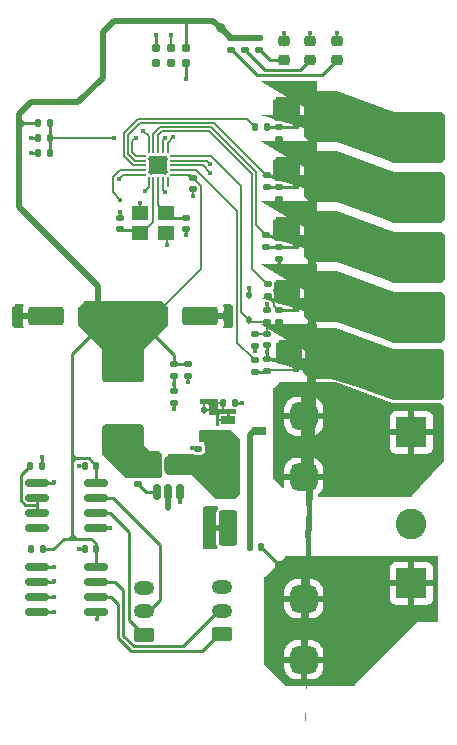
<source format=gbr>
%TF.GenerationSoftware,KiCad,Pcbnew,(7.0.0)*%
%TF.CreationDate,2023-03-11T20:41:09+01:00*%
%TF.ProjectId,StripController,53747269-7043-46f6-9e74-726f6c6c6572,rev?*%
%TF.SameCoordinates,Original*%
%TF.FileFunction,Copper,L1,Top*%
%TF.FilePolarity,Positive*%
%FSLAX46Y46*%
G04 Gerber Fmt 4.6, Leading zero omitted, Abs format (unit mm)*
G04 Created by KiCad (PCBNEW (7.0.0)) date 2023-03-11 20:41:09*
%MOMM*%
%LPD*%
G01*
G04 APERTURE LIST*
G04 Aperture macros list*
%AMRoundRect*
0 Rectangle with rounded corners*
0 $1 Rounding radius*
0 $2 $3 $4 $5 $6 $7 $8 $9 X,Y pos of 4 corners*
0 Add a 4 corners polygon primitive as box body*
4,1,4,$2,$3,$4,$5,$6,$7,$8,$9,$2,$3,0*
0 Add four circle primitives for the rounded corners*
1,1,$1+$1,$2,$3*
1,1,$1+$1,$4,$5*
1,1,$1+$1,$6,$7*
1,1,$1+$1,$8,$9*
0 Add four rect primitives between the rounded corners*
20,1,$1+$1,$2,$3,$4,$5,0*
20,1,$1+$1,$4,$5,$6,$7,0*
20,1,$1+$1,$6,$7,$8,$9,0*
20,1,$1+$1,$8,$9,$2,$3,0*%
%AMFreePoly0*
4,1,61,-0.141464,1.608536,-0.140000,1.605000,-0.140000,1.230000,0.990000,1.230000,0.993536,1.228536,0.995000,1.225000,0.995000,1.180000,1.290000,1.180000,1.293536,1.178536,1.295000,1.175000,1.295000,0.775000,1.293536,0.771464,1.290000,0.770000,0.995000,0.770000,0.995000,0.530000,1.290000,0.530000,1.293536,0.528536,1.295000,0.525000,1.295000,0.125000,1.293536,0.121464,
1.290000,0.120000,0.995000,0.120000,0.995000,-0.120000,1.290000,-0.120000,1.293536,-0.121464,1.295000,-0.125000,1.295000,-0.525000,1.293536,-0.528536,1.290000,-0.530000,0.995000,-0.530000,0.995000,-0.770000,1.290000,-0.770000,1.293536,-0.771464,1.295000,-0.775000,1.295000,-1.175000,1.293536,-1.178536,1.290000,-1.180000,0.995000,-1.180000,0.995000,-1.225000,0.993536,-1.228536,
0.990000,-1.230000,-0.140000,-1.230000,-0.140000,-1.605000,-0.141464,-1.608536,-0.145000,-1.610000,-0.575000,-1.610000,-0.578536,-1.608536,-0.580000,-1.605000,-0.580000,-1.230000,-0.990000,-1.230000,-0.993536,-1.228536,-0.995000,-1.225000,-0.995000,1.225000,-0.993536,1.228536,-0.990000,1.230000,-0.580000,1.230000,-0.580000,1.605000,-0.578536,1.608536,-0.575000,1.610000,-0.145000,1.610000,
-0.141464,1.608536,-0.141464,1.608536,$1*%
G04 Aperture macros list end*
%TA.AperFunction,SMDPad,CuDef*%
%ADD10RoundRect,0.135000X-0.135000X-0.185000X0.135000X-0.185000X0.135000X0.185000X-0.135000X0.185000X0*%
%TD*%
%TA.AperFunction,SMDPad,CuDef*%
%ADD11RoundRect,0.135000X0.185000X-0.135000X0.185000X0.135000X-0.185000X0.135000X-0.185000X-0.135000X0*%
%TD*%
%TA.AperFunction,SMDPad,CuDef*%
%ADD12RoundRect,0.150000X0.150000X-0.512500X0.150000X0.512500X-0.150000X0.512500X-0.150000X-0.512500X0*%
%TD*%
%TA.AperFunction,SMDPad,CuDef*%
%ADD13RoundRect,0.135000X-0.185000X0.135000X-0.185000X-0.135000X0.185000X-0.135000X0.185000X0.135000X0*%
%TD*%
%TA.AperFunction,SMDPad,CuDef*%
%ADD14RoundRect,0.140000X0.170000X-0.140000X0.170000X0.140000X-0.170000X0.140000X-0.170000X-0.140000X0*%
%TD*%
%TA.AperFunction,ConnectorPad*%
%ADD15C,0.787400*%
%TD*%
%TA.AperFunction,SMDPad,CuDef*%
%ADD16RoundRect,0.135000X0.135000X0.185000X-0.135000X0.185000X-0.135000X-0.185000X0.135000X-0.185000X0*%
%TD*%
%TA.AperFunction,SMDPad,CuDef*%
%ADD17R,1.220000X0.650000*%
%TD*%
%TA.AperFunction,SMDPad,CuDef*%
%ADD18R,0.500000X0.350000*%
%TD*%
%TA.AperFunction,SMDPad,CuDef*%
%ADD19FreePoly0,0.000000*%
%TD*%
%TA.AperFunction,SMDPad,CuDef*%
%ADD20RoundRect,0.112500X0.112500X-0.187500X0.112500X0.187500X-0.112500X0.187500X-0.112500X-0.187500X0*%
%TD*%
%TA.AperFunction,SMDPad,CuDef*%
%ADD21R,3.500000X2.350000*%
%TD*%
%TA.AperFunction,SMDPad,CuDef*%
%ADD22RoundRect,0.140000X-0.170000X0.140000X-0.170000X-0.140000X0.170000X-0.140000X0.170000X0.140000X0*%
%TD*%
%TA.AperFunction,SMDPad,CuDef*%
%ADD23RoundRect,0.218750X-0.256250X0.218750X-0.256250X-0.218750X0.256250X-0.218750X0.256250X0.218750X0*%
%TD*%
%TA.AperFunction,SMDPad,CuDef*%
%ADD24RoundRect,0.250000X-0.550000X1.250000X-0.550000X-1.250000X0.550000X-1.250000X0.550000X1.250000X0*%
%TD*%
%TA.AperFunction,SMDPad,CuDef*%
%ADD25RoundRect,0.147500X0.147500X0.172500X-0.147500X0.172500X-0.147500X-0.172500X0.147500X-0.172500X0*%
%TD*%
%TA.AperFunction,SMDPad,CuDef*%
%ADD26RoundRect,0.150000X-0.825000X-0.150000X0.825000X-0.150000X0.825000X0.150000X-0.825000X0.150000X0*%
%TD*%
%TA.AperFunction,ComponentPad*%
%ADD27RoundRect,0.575000X0.575000X-0.575000X0.575000X0.575000X-0.575000X0.575000X-0.575000X-0.575000X0*%
%TD*%
%TA.AperFunction,SMDPad,CuDef*%
%ADD28RoundRect,0.140000X0.140000X0.170000X-0.140000X0.170000X-0.140000X-0.170000X0.140000X-0.170000X0*%
%TD*%
%TA.AperFunction,ComponentPad*%
%ADD29RoundRect,0.250000X0.625000X-0.350000X0.625000X0.350000X-0.625000X0.350000X-0.625000X-0.350000X0*%
%TD*%
%TA.AperFunction,ComponentPad*%
%ADD30O,1.750000X1.200000*%
%TD*%
%TA.AperFunction,ComponentPad*%
%ADD31R,2.600000X2.600000*%
%TD*%
%TA.AperFunction,ComponentPad*%
%ADD32C,2.600000*%
%TD*%
%TA.AperFunction,SMDPad,CuDef*%
%ADD33RoundRect,0.250000X-1.250000X-0.550000X1.250000X-0.550000X1.250000X0.550000X-1.250000X0.550000X0*%
%TD*%
%TA.AperFunction,SMDPad,CuDef*%
%ADD34R,1.400000X1.200000*%
%TD*%
%TA.AperFunction,ComponentPad*%
%ADD35RoundRect,0.575000X-0.575000X0.575000X-0.575000X-0.575000X0.575000X-0.575000X0.575000X0.575000X0*%
%TD*%
%TA.AperFunction,SMDPad,CuDef*%
%ADD36RoundRect,0.050000X0.050000X-0.375000X0.050000X0.375000X-0.050000X0.375000X-0.050000X-0.375000X0*%
%TD*%
%TA.AperFunction,SMDPad,CuDef*%
%ADD37RoundRect,0.050000X0.375000X-0.050000X0.375000X0.050000X-0.375000X0.050000X-0.375000X-0.050000X0*%
%TD*%
%TA.AperFunction,ComponentPad*%
%ADD38C,0.500000*%
%TD*%
%TA.AperFunction,SMDPad,CuDef*%
%ADD39R,1.650000X1.650000*%
%TD*%
%TA.AperFunction,SMDPad,CuDef*%
%ADD40RoundRect,0.250000X1.250000X0.550000X-1.250000X0.550000X-1.250000X-0.550000X1.250000X-0.550000X0*%
%TD*%
%TA.AperFunction,ViaPad*%
%ADD41C,0.400000*%
%TD*%
%TA.AperFunction,ViaPad*%
%ADD42C,0.800000*%
%TD*%
%TA.AperFunction,Conductor*%
%ADD43C,0.152400*%
%TD*%
%TA.AperFunction,Conductor*%
%ADD44C,0.250000*%
%TD*%
%TA.AperFunction,Conductor*%
%ADD45C,0.254000*%
%TD*%
%TA.AperFunction,Conductor*%
%ADD46C,0.127000*%
%TD*%
%TA.AperFunction,Conductor*%
%ADD47C,0.203200*%
%TD*%
%TA.AperFunction,Conductor*%
%ADD48C,0.500000*%
%TD*%
%TA.AperFunction,Conductor*%
%ADD49C,0.508000*%
%TD*%
G04 APERTURE END LIST*
D10*
%TO.P,R24,1*%
%TO.N,WW*%
X21046600Y49788800D03*
%TO.P,R24,2*%
%TO.N,Net-(Q5-G)*%
X22066600Y49788800D03*
%TD*%
D11*
%TO.P,R18,1*%
%TO.N,Voltage*%
X22098000Y33297400D03*
%TO.P,R18,2*%
%TO.N,GND*%
X22098000Y34317400D03*
%TD*%
D12*
%TO.P,IC1,6,SW*%
%TO.N,Net-(IC1-SW)*%
X12766000Y21203500D03*
%TO.P,IC1,5,IN*%
%TO.N,Net-(D1-K)*%
X13716000Y21203500D03*
%TO.P,IC1,4,EN*%
X14666000Y21203500D03*
%TO.P,IC1,3,FB*%
%TO.N,Net-(IC1-FB)*%
X14666000Y18928500D03*
%TO.P,IC1,2,GND*%
%TO.N,GND*%
X13716000Y18928500D03*
%TO.P,IC1,1,CB*%
%TO.N,Net-(IC1-CB)*%
X12766000Y18928500D03*
%TD*%
D13*
%TO.P,R11,1*%
%TO.N,+5V*%
X21429600Y57336600D03*
%TO.P,R11,2*%
%TO.N,Net-(D2-A)*%
X21429600Y56316600D03*
%TD*%
D14*
%TO.P,C10,1*%
%TO.N,Net-(IC2-PA1{slash}OSCI)*%
X9644000Y41130000D03*
%TO.P,C10,2*%
%TO.N,GND*%
X9644000Y42090000D03*
%TD*%
D15*
%TO.P,J5,1,Pin_1*%
%TO.N,+5V*%
X15240000Y56515000D03*
%TO.P,J5,2,Pin_2*%
%TO.N,SWD*%
X15240000Y55245000D03*
%TO.P,J5,3,Pin_3*%
%TO.N,NRST*%
X13970000Y56515000D03*
%TO.P,J5,4,Pin_4*%
%TO.N,SCK*%
X13970000Y55245000D03*
%TO.P,J5,5,Pin_5*%
%TO.N,GND*%
X12700000Y56515000D03*
%TO.P,J5,6,Pin_6*%
%TO.N,unconnected-(J5-Pin_6-Pad6)*%
X12700000Y55245000D03*
%TD*%
D10*
%TO.P,R14,1*%
%TO.N,Net-(U2-DE)*%
X2080800Y14046200D03*
%TO.P,R14,2*%
%TO.N,+5V*%
X3100800Y14046200D03*
%TD*%
D11*
%TO.P,R10,1*%
%TO.N,GND*%
X23114000Y48766000D03*
%TO.P,R10,2*%
%TO.N,Net-(Q5-G)*%
X23114000Y49786000D03*
%TD*%
D16*
%TO.P,TH1,1*%
%TO.N,Temp*%
X3700000Y48877800D03*
%TO.P,TH1,2*%
%TO.N,GND*%
X2680000Y48877800D03*
%TD*%
D17*
%TO.P,Q6,1,G*%
%TO.N,Net-(D1-A)*%
X18799999Y24999999D03*
%TO.P,Q6,2,S*%
%TO.N,Net-(D1-K)*%
X18799999Y23099999D03*
%TO.P,Q6,3,D*%
%TO.N,Net-(Q6-D)*%
X21419999Y24049999D03*
%TD*%
D18*
%TO.P,Q1,1,S*%
%TO.N,GND*%
X24507999Y46694999D03*
%TO.P,Q1,2,S*%
X24507999Y46044999D03*
%TO.P,Q1,3,S*%
X24507999Y45394999D03*
%TO.P,Q1,4,G*%
%TO.N,Net-(Q1-G)*%
X24507999Y44744999D03*
D19*
%TO.P,Q1,5,D*%
%TO.N,W_OUT*%
X26268000Y45720000D03*
%TD*%
D11*
%TO.P,R2,1*%
%TO.N,GND*%
X23114000Y43686000D03*
%TO.P,R2,2*%
%TO.N,Net-(Q1-G)*%
X23114000Y44706000D03*
%TD*%
D20*
%TO.P,D1,1,K*%
%TO.N,Net-(D1-K)*%
X16756000Y23770600D03*
%TO.P,D1,2,A*%
%TO.N,Net-(D1-A)*%
X16756000Y25870600D03*
%TD*%
D14*
%TO.P,C4,1*%
%TO.N,Net-(IC1-CB)*%
X11176000Y19586000D03*
%TO.P,C4,2*%
%TO.N,Net-(IC1-SW)*%
X11176000Y20546000D03*
%TD*%
D21*
%TO.P,L1,1,1*%
%TO.N,Net-(IC1-SW)*%
X9905999Y23390999D03*
%TO.P,L1,2,2*%
%TO.N,+5V*%
X9905999Y29440999D03*
%TD*%
D18*
%TO.P,Q2,1,S*%
%TO.N,GND*%
X24507999Y31200999D03*
%TO.P,Q2,2,S*%
X24507999Y30550999D03*
%TO.P,Q2,3,S*%
X24507999Y29900999D03*
%TO.P,Q2,4,G*%
%TO.N,Net-(Q2-G)*%
X24507999Y29250999D03*
D19*
%TO.P,Q2,5,D*%
%TO.N,R_OUT*%
X26268000Y30226000D03*
%TD*%
D22*
%TO.P,C8,1*%
%TO.N,+5V*%
X15798800Y45511600D03*
%TO.P,C8,2*%
%TO.N,GND*%
X15798800Y44551600D03*
%TD*%
D23*
%TO.P,D2,1,K*%
%TO.N,GND*%
X23487000Y57053300D03*
%TO.P,D2,2,A*%
%TO.N,Net-(D2-A)*%
X23487000Y55478300D03*
%TD*%
D18*
%TO.P,Q5,1,S*%
%TO.N,GND*%
X24507999Y51774999D03*
%TO.P,Q5,2,S*%
X24507999Y51124999D03*
%TO.P,Q5,3,S*%
X24507999Y50474999D03*
%TO.P,Q5,4,G*%
%TO.N,Net-(Q5-G)*%
X24507999Y49824999D03*
D19*
%TO.P,Q5,5,D*%
%TO.N,WW_OUT*%
X26268000Y50800000D03*
%TD*%
D10*
%TO.P,R19,1*%
%TO.N,+5V*%
X2680000Y50147800D03*
%TO.P,R19,2*%
%TO.N,Temp*%
X3700000Y50147800D03*
%TD*%
D13*
%TO.P,R21,1*%
%TO.N,G*%
X22115400Y36481200D03*
%TO.P,R21,2*%
%TO.N,Net-(Q3-G)*%
X22115400Y35461200D03*
%TD*%
D24*
%TO.P,C3,1*%
%TO.N,Net-(D1-K)*%
X18796000Y20234000D03*
%TO.P,C3,2*%
%TO.N,GND*%
X18796000Y15834000D03*
%TD*%
D25*
%TO.P,F2,1*%
%TO.N,Net-(J4-Pin_1)*%
X21590000Y14224000D03*
%TO.P,F2,2*%
%TO.N,Net-(Q6-D)*%
X20620000Y14224000D03*
%TD*%
D13*
%TO.P,R20,1*%
%TO.N,R*%
X21023200Y30112600D03*
%TO.P,R20,2*%
%TO.N,Net-(Q2-G)*%
X21023200Y29092600D03*
%TD*%
D26*
%TO.P,U2,1,RO*%
%TO.N,U2_RO*%
X2630400Y12573000D03*
%TO.P,U2,2,~{RE}*%
%TO.N,U2_RE*%
X2630400Y11303000D03*
%TO.P,U2,3,DE*%
%TO.N,U2_DE*%
X2630400Y10033000D03*
%TO.P,U2,4,DI*%
%TO.N,U2_DI*%
X2630400Y8763000D03*
%TO.P,U2,5,GND*%
%TO.N,GND*%
X7580400Y8763000D03*
%TO.P,U2,6,A*%
%TO.N,RA*%
X7580400Y10033000D03*
%TO.P,U2,7,B*%
%TO.N,RB*%
X7580400Y11303000D03*
%TO.P,U2,8,VCC*%
%TO.N,+5V*%
X7580400Y12573000D03*
%TD*%
D27*
%TO.P,J10,1,Pin_1*%
%TO.N,VCC*%
X25176100Y20150800D03*
X25176100Y25300800D03*
%TD*%
D28*
%TO.P,C13,1*%
%TO.N,Temp*%
X3670000Y47607800D03*
%TO.P,C13,2*%
%TO.N,GND*%
X2710000Y47607800D03*
%TD*%
D14*
%TO.P,C1,1*%
%TO.N,Net-(D1-K)*%
X16256000Y21618000D03*
%TO.P,C1,2*%
%TO.N,GND*%
X16256000Y22578000D03*
%TD*%
D11*
%TO.P,R6,1*%
%TO.N,GND*%
X23114000Y33272000D03*
%TO.P,R6,2*%
%TO.N,Net-(Q3-G)*%
X23114000Y34292000D03*
%TD*%
D29*
%TO.P,J6,1,Pin_1*%
%TO.N,TA*%
X11642000Y6794000D03*
D30*
%TO.P,J6,2,Pin_2*%
%TO.N,TB*%
X11641999Y8793999D03*
%TO.P,J6,3,Pin_3*%
%TO.N,GND*%
X11641999Y10793999D03*
%TD*%
D11*
%TO.P,R5,1*%
%TO.N,GND*%
X14224000Y26414000D03*
%TO.P,R5,2*%
%TO.N,Net-(IC1-FB)*%
X14224000Y27434000D03*
%TD*%
D28*
%TO.P,C2,1*%
%TO.N,+5V*%
X7592000Y14071600D03*
%TO.P,C2,2*%
%TO.N,GND*%
X6632000Y14071600D03*
%TD*%
D10*
%TO.P,R3,1*%
%TO.N,Net-(D1-A)*%
X18354200Y26420800D03*
%TO.P,R3,2*%
%TO.N,GND*%
X19374200Y26420800D03*
%TD*%
D13*
%TO.P,R8,1*%
%TO.N,GND*%
X22098000Y30133200D03*
%TO.P,R8,2*%
%TO.N,Net-(Q2-G)*%
X22098000Y29113200D03*
%TD*%
D26*
%TO.P,U4,1,RO*%
%TO.N,U2_RO*%
X2630400Y19685000D03*
%TO.P,U4,2,~{RE}*%
%TO.N,Net-(U4-DE)*%
X2630400Y18415000D03*
%TO.P,U4,3,DE*%
X2630400Y17145000D03*
%TO.P,U4,4,DI*%
%TO.N,unconnected-(U4-DI-Pad4)*%
X2630400Y15875000D03*
%TO.P,U4,5,GND*%
%TO.N,GND*%
X7580400Y15875000D03*
%TO.P,U4,6,A*%
%TO.N,TA*%
X7580400Y17145000D03*
%TO.P,U4,7,B*%
%TO.N,TB*%
X7580400Y18415000D03*
%TO.P,U4,8,VCC*%
%TO.N,+5V*%
X7580400Y19685000D03*
%TD*%
D28*
%TO.P,C5,1*%
%TO.N,+5V*%
X7617400Y21132800D03*
%TO.P,C5,2*%
%TO.N,GND*%
X6657400Y21132800D03*
%TD*%
D13*
%TO.P,R12,1*%
%TO.N,+5V*%
X20193800Y57336600D03*
%TO.P,R12,2*%
%TO.N,Net-(D3-A)*%
X20193800Y56316600D03*
%TD*%
%TO.P,R22,1*%
%TO.N,B*%
X22013800Y40648800D03*
%TO.P,R22,2*%
%TO.N,Net-(Q4-G)*%
X22013800Y39628800D03*
%TD*%
%TO.P,R23,1*%
%TO.N,W*%
X22039200Y45726800D03*
%TO.P,R23,2*%
%TO.N,Net-(Q1-G)*%
X22039200Y44706800D03*
%TD*%
D18*
%TO.P,Q4,1,S*%
%TO.N,GND*%
X24507999Y41614999D03*
%TO.P,Q4,2,S*%
X24507999Y40964999D03*
%TO.P,Q4,3,S*%
X24507999Y40314999D03*
%TO.P,Q4,4,G*%
%TO.N,Net-(Q4-G)*%
X24507999Y39664999D03*
D19*
%TO.P,Q4,5,D*%
%TO.N,B_OUT*%
X26268000Y40640000D03*
%TD*%
D23*
%TO.P,D3,1,K*%
%TO.N,StateLed1*%
X25738800Y57047100D03*
%TO.P,D3,2,A*%
%TO.N,Net-(D3-A)*%
X25738800Y55472100D03*
%TD*%
D22*
%TO.P,C11,1*%
%TO.N,Net-(IC2-PA2{slash}OSCO)*%
X15232000Y42090000D03*
%TO.P,C11,2*%
%TO.N,GND*%
X15232000Y41130000D03*
%TD*%
D31*
%TO.P,J2,1,Pin_1*%
%TO.N,VCC*%
X34289999Y23955999D03*
D32*
%TO.P,J2,2,Pin_2*%
%TO.N,R_OUT*%
X34290000Y28956000D03*
%TO.P,J2,3,Pin_3*%
%TO.N,G_OUT*%
X34290000Y33956000D03*
%TO.P,J2,4,Pin_4*%
%TO.N,B_OUT*%
X34290000Y38956000D03*
%TO.P,J2,5,Pin_5*%
%TO.N,W_OUT*%
X34290000Y43956000D03*
%TO.P,J2,6,Pin_6*%
%TO.N,WW_OUT*%
X34290000Y48956000D03*
%TD*%
D23*
%TO.P,D4,1,K*%
%TO.N,StateLed0*%
X28008200Y57053300D03*
%TO.P,D4,2,A*%
%TO.N,Net-(D4-A)*%
X28008200Y55478300D03*
%TD*%
D11*
%TO.P,R4,1*%
%TO.N,Net-(IC1-FB)*%
X14224000Y28700000D03*
%TO.P,R4,2*%
%TO.N,+5V*%
X14224000Y29720000D03*
%TD*%
D31*
%TO.P,J4,1,Pin_1*%
%TO.N,Net-(J4-Pin_1)*%
X34289999Y11175999D03*
D32*
%TO.P,J4,2,Pin_2*%
%TO.N,GND*%
X34290000Y16176000D03*
%TD*%
D33*
%TO.P,C9,1*%
%TO.N,+5V*%
X12024000Y33784000D03*
%TO.P,C9,2*%
%TO.N,GND*%
X16424000Y33784000D03*
%TD*%
D20*
%TO.P,D5,1,K*%
%TO.N,Voltage*%
X20540600Y33498800D03*
%TO.P,D5,2,A*%
%TO.N,GND*%
X20540600Y35598800D03*
%TD*%
D22*
%TO.P,C6,1*%
%TO.N,+5V*%
X15392400Y29718000D03*
%TO.P,C6,2*%
%TO.N,GND*%
X15392400Y28758000D03*
%TD*%
D18*
%TO.P,Q3,1,S*%
%TO.N,GND*%
X24507999Y36280999D03*
%TO.P,Q3,2,S*%
X24507999Y35630999D03*
%TO.P,Q3,3,S*%
X24507999Y34980999D03*
%TO.P,Q3,4,G*%
%TO.N,Net-(Q3-G)*%
X24507999Y34330999D03*
D19*
%TO.P,Q3,5,D*%
%TO.N,G_OUT*%
X26268000Y35306000D03*
%TD*%
D34*
%TO.P,Y2,1,1*%
%TO.N,Net-(IC2-PA1{slash}OSCI)*%
X11337999Y40847999D03*
%TO.P,Y2,2,2*%
%TO.N,GND*%
X13537999Y40847999D03*
%TO.P,Y2,3,3*%
%TO.N,Net-(IC2-PA2{slash}OSCO)*%
X13537999Y42547999D03*
%TO.P,Y2,4,4*%
%TO.N,GND*%
X11337999Y42547999D03*
%TD*%
D16*
%TO.P,R15,1*%
%TO.N,GND*%
X2999200Y21132800D03*
%TO.P,R15,2*%
%TO.N,Net-(U4-DE)*%
X1979200Y21132800D03*
%TD*%
D11*
%TO.P,R9,1*%
%TO.N,GND*%
X23114000Y38606000D03*
%TO.P,R9,2*%
%TO.N,Net-(Q4-G)*%
X23114000Y39626000D03*
%TD*%
D35*
%TO.P,J9,1,Pin_1*%
%TO.N,Net-(J4-Pin_1)*%
X25176100Y9850000D03*
X25176100Y4700000D03*
%TD*%
D36*
%TO.P,IC2,1,PD7/NRST*%
%TO.N,NRST*%
X12056000Y45108000D03*
%TO.P,IC2,2,PA1/OSCI*%
%TO.N,Net-(IC2-PA1{slash}OSCI)*%
X12456000Y45108000D03*
%TO.P,IC2,3,PA2/OSCO*%
%TO.N,Net-(IC2-PA2{slash}OSCO)*%
X12856000Y45108000D03*
%TO.P,IC2,4,Vss*%
%TO.N,GND*%
X13256000Y45108000D03*
%TO.P,IC2,5,PD0*%
%TO.N,unconnected-(IC2-PD0-Pad5)*%
X13656000Y45108000D03*
D37*
%TO.P,IC2,6,VDD*%
%TO.N,+5V*%
X14306000Y45758000D03*
%TO.P,IC2,7,PC0*%
%TO.N,R*%
X14306000Y46158000D03*
%TO.P,IC2,8,PC1*%
%TO.N,StateLed0*%
X14306000Y46558000D03*
%TO.P,IC2,9,PC2*%
%TO.N,StateLed1*%
X14306000Y46958000D03*
%TO.P,IC2,10,PC3*%
%TO.N,Voltage*%
X14306000Y47358000D03*
D36*
%TO.P,IC2,11,PC4*%
%TO.N,U2_DE*%
X13656000Y48008000D03*
%TO.P,IC2,12,PC5*%
%TO.N,U2_RE*%
X13256000Y48008000D03*
%TO.P,IC2,13,PC6*%
%TO.N,G*%
X12856000Y48008000D03*
%TO.P,IC2,14,PC7*%
%TO.N,B*%
X12456000Y48008000D03*
%TO.P,IC2,15,PD1*%
%TO.N,SWD*%
X12056000Y48008000D03*
D37*
%TO.P,IC2,16,PD2*%
%TO.N,Temp*%
X11406000Y47358000D03*
%TO.P,IC2,17,PD3*%
%TO.N,W*%
X11406000Y46958000D03*
%TO.P,IC2,18,PD4*%
%TO.N,WW*%
X11406000Y46558000D03*
%TO.P,IC2,19,PD5*%
%TO.N,U2_DI*%
X11406000Y46158000D03*
%TO.P,IC2,20,PD6*%
%TO.N,U2_RO*%
X11406000Y45758000D03*
D38*
%TO.P,IC2,21,Vss_Pad*%
%TO.N,GND*%
X12281000Y45983000D03*
X13431000Y45983000D03*
D39*
X12855999Y46557999D03*
D38*
X12281000Y47133000D03*
X13431000Y47133000D03*
%TD*%
D11*
%TO.P,R14,1*%
%TO.N,VCC*%
X21031200Y31290000D03*
%TO.P,R14,2*%
%TO.N,Voltage*%
X21031200Y32310000D03*
%TD*%
D40*
%TO.P,C7,1*%
%TO.N,+5V*%
X7788000Y33782000D03*
%TO.P,C7,2*%
%TO.N,GND*%
X3388000Y33782000D03*
%TD*%
D22*
%TO.P,C12,1*%
%TO.N,Voltage*%
X22090000Y32311000D03*
%TO.P,C12,2*%
%TO.N,GND*%
X22090000Y31351000D03*
%TD*%
D13*
%TO.P,R13,1*%
%TO.N,+5V*%
X18991200Y57336600D03*
%TO.P,R13,2*%
%TO.N,Net-(D4-A)*%
X18991200Y56316600D03*
%TD*%
D29*
%TO.P,J1,1,Pin_1*%
%TO.N,RA*%
X18288000Y6858000D03*
D30*
%TO.P,J1,2,Pin_2*%
%TO.N,RB*%
X18287999Y8857999D03*
%TO.P,J1,3,Pin_3*%
%TO.N,GND*%
X18287999Y10857999D03*
%TD*%
D41*
%TO.N,VCC*%
X21031200Y30810200D03*
%TO.N,GND*%
X23114000Y46228000D03*
X1270000Y33528000D03*
X23114000Y50800000D03*
X12700000Y57600000D03*
D42*
X17272000Y16764000D03*
D41*
X23622000Y35306000D03*
X23487000Y57732800D03*
X15798800Y43990200D03*
X2119000Y48858400D03*
X23622000Y50800000D03*
X23622000Y46736000D03*
X23622000Y35814000D03*
X23114000Y35306000D03*
X7645400Y8128000D03*
X23114000Y40640000D03*
X23876000Y30226000D03*
X23114000Y41656000D03*
X13581000Y39832000D03*
X23368000Y30734000D03*
X23114000Y48260000D03*
X1270000Y34036000D03*
X23368000Y30226000D03*
X23876000Y30734000D03*
X23114000Y51816000D03*
X23114000Y43180000D03*
X22098000Y34785400D03*
X23114000Y46736000D03*
X762000Y33528000D03*
X13716000Y18034000D03*
X6121400Y14046200D03*
X19956400Y26420800D03*
X20540600Y36149000D03*
X23622000Y41656000D03*
X22098000Y30734000D03*
X23114000Y38100000D03*
X2119000Y47607800D03*
X23114000Y35814000D03*
X23368000Y31242000D03*
X19050000Y33528000D03*
D42*
X17272000Y15748000D03*
D41*
X23114000Y32766000D03*
X762000Y34036000D03*
X13454000Y44272200D03*
X18542000Y34036000D03*
X23622000Y46228000D03*
X23114000Y41148000D03*
X23114000Y36322000D03*
X15240000Y40622000D03*
X23622000Y51816000D03*
X19050000Y34036000D03*
X8813800Y15875000D03*
X9644000Y42598000D03*
X6121400Y21132800D03*
X23622000Y40640000D03*
X15392400Y28219400D03*
X13716000Y17526000D03*
X23114000Y51308000D03*
X2997200Y21844000D03*
X23114000Y45720000D03*
X23622000Y51308000D03*
X23622000Y41148000D03*
X14224000Y25908000D03*
X23622000Y36322000D03*
X15748000Y22606000D03*
X23622000Y45720000D03*
X18542000Y33528000D03*
D42*
X17272000Y14732000D03*
D41*
X11295000Y43388000D03*
X23876000Y31242000D03*
D42*
%TO.N,+5V*%
X18180400Y58147400D03*
D41*
%TO.N,Net-(IC1-FB)*%
X14666000Y18034000D03*
X14224000Y28067000D03*
%TO.N,U2_RO*%
X9504900Y45395100D03*
X4013200Y19710400D03*
X4013200Y12573000D03*
%TO.N,U2_DI*%
X9646055Y43653945D03*
X4064000Y8763000D03*
%TO.N,StateLed0*%
X27999400Y57732800D03*
X17264000Y45928000D03*
%TO.N,StateLed1*%
X25747600Y57758200D03*
X17272000Y46710600D03*
%TO.N,NRST*%
X13970000Y57630000D03*
X11700000Y44400000D03*
%TO.N,SWD*%
X11600000Y49500000D03*
X15240000Y53827400D03*
%TO.N,U2_RE*%
X4064000Y11328400D03*
X13411200Y48914063D03*
%TO.N,U2_DE*%
X14147800Y48920400D03*
X4064000Y10033000D03*
%TO.N,Temp*%
X9128700Y48895000D03*
X10972800Y48895000D03*
%TD*%
D43*
%TO.N,Voltage*%
X19902400Y44788200D02*
X19902400Y43896000D01*
%TO.N,Net-(Q2-G)*%
X24471800Y29214800D02*
X24508000Y29251000D01*
X22177200Y29214800D02*
X24471800Y29214800D01*
%TO.N,R*%
X20894200Y30207400D02*
X20960551Y30207400D01*
X19550000Y31551600D02*
X20894200Y30207400D01*
X16050996Y46158000D02*
X19550000Y42658996D01*
X14306000Y46158000D02*
X16050996Y46158000D01*
X19550000Y42658996D02*
X19550000Y31551600D01*
%TO.N,VCC*%
X21031200Y30810200D02*
X21031200Y31290800D01*
D44*
%TO.N,GND*%
X6479600Y14046200D02*
X6657400Y14224000D01*
X8813800Y15875000D02*
X7580400Y15875000D01*
X7645400Y8128000D02*
X7645400Y8698000D01*
X19956400Y26420800D02*
X19374200Y26420800D01*
X12700000Y56515000D02*
X12700000Y57600000D01*
X20540600Y36149000D02*
X20540600Y35598800D01*
D45*
X2999200Y21791200D02*
X2997200Y21793200D01*
D44*
X23114000Y48766000D02*
X23114000Y48260000D01*
D43*
X13581000Y39832000D02*
X13581000Y40805000D01*
X13581000Y40805000D02*
X13538000Y40848000D01*
D44*
X7645400Y8698000D02*
X7580400Y8763000D01*
D46*
X13256000Y44470200D02*
X13256000Y45108000D01*
D44*
X15748000Y22606000D02*
X16228000Y22606000D01*
D45*
X2119000Y47607800D02*
X2710000Y47607800D01*
X2999200Y21132800D02*
X2999200Y21791200D01*
D44*
X15240000Y41122000D02*
X15232000Y41130000D01*
X22098000Y30734000D02*
X22098000Y30228000D01*
D43*
X15798800Y43990200D02*
X15798800Y44551600D01*
D47*
X6121400Y21132800D02*
X6657400Y21132800D01*
D44*
X23114000Y38606000D02*
X23114000Y38100000D01*
X13716000Y18928500D02*
X13716000Y18034000D01*
D43*
X15392400Y28219400D02*
X15392400Y28758000D01*
X11295000Y42591000D02*
X11338000Y42548000D01*
D44*
X23114000Y33272000D02*
X23114000Y32766000D01*
X9644000Y42598000D02*
X9644000Y42062000D01*
X16228000Y22606000D02*
X16256000Y22578000D01*
X23114000Y43686000D02*
X23114000Y43180000D01*
X23487000Y56750800D02*
X23487000Y57732800D01*
D45*
X2119000Y48858400D02*
X2710000Y48858400D01*
D44*
X15240000Y40622000D02*
X15240000Y41122000D01*
D43*
X11295000Y43388000D02*
X11295000Y42591000D01*
D48*
X13716000Y17526000D02*
X13716000Y18928500D01*
D44*
X17358000Y15834000D02*
X17272000Y15748000D01*
X6121400Y14046200D02*
X6479600Y14046200D01*
X22098000Y34785400D02*
X22098000Y34317400D01*
X22098000Y31346200D02*
X22098000Y30734000D01*
X14224000Y25908000D02*
X14224000Y26414000D01*
D46*
X13454000Y44272200D02*
X13256000Y44470200D01*
D44*
%TO.N,+5V*%
X7617400Y21132800D02*
X7617400Y19722000D01*
D45*
X5867400Y21769800D02*
X5596400Y21769800D01*
X5918200Y30937200D02*
X7442200Y32461200D01*
D49*
X1100000Y50900000D02*
X2100000Y51900000D01*
X1100000Y43000000D02*
X1100000Y49800000D01*
D45*
X6096000Y14960600D02*
X5588000Y14960600D01*
D49*
X1100000Y50100000D02*
X1100000Y50500000D01*
D45*
X5588000Y15265400D02*
X5283200Y14960600D01*
X3100800Y14046200D02*
X3987800Y14046200D01*
D44*
X7580400Y12573000D02*
X7580400Y14187000D01*
D43*
X16500000Y37800000D02*
X12484000Y33784000D01*
D49*
X18180400Y58147400D02*
X17527800Y58800000D01*
D44*
X7617400Y19722000D02*
X7580400Y19685000D01*
D49*
X9130200Y58800000D02*
X15200000Y58800000D01*
D44*
X1452200Y50147800D02*
X1100000Y50500000D01*
D45*
X7592000Y14071600D02*
X7592000Y14556800D01*
D43*
X14306000Y45758000D02*
X15400000Y45758000D01*
D49*
X18180400Y58147400D02*
X18991200Y57336600D01*
D44*
X1500000Y50147800D02*
X1452200Y50147800D01*
D49*
X8145400Y57815200D02*
X9130200Y58800000D01*
D44*
X15240000Y58760000D02*
X15200000Y58800000D01*
D43*
X15552400Y45758000D02*
X15798800Y45511600D01*
X12484000Y33784000D02*
X12024000Y33784000D01*
D49*
X7788000Y36312000D02*
X1100000Y43000000D01*
X1100000Y49800000D02*
X1100000Y50100000D01*
D43*
X15400000Y45758000D02*
X15552400Y45758000D01*
D44*
X1500000Y50147800D02*
X1447800Y50147800D01*
D49*
X8145400Y53945400D02*
X8145400Y57815200D01*
D45*
X5594400Y15265400D02*
X5594400Y14967000D01*
D43*
X15798800Y45511600D02*
X16500000Y44810400D01*
D44*
X14224000Y29720000D02*
X14224000Y30480000D01*
D45*
X5594400Y21767800D02*
X5594400Y22021800D01*
X5588000Y14960600D02*
X5283200Y14960600D01*
D43*
X15400000Y45758000D02*
X15646400Y45511600D01*
D45*
X5596400Y21769800D02*
X5594400Y21767800D01*
X4902200Y14960600D02*
X5283200Y14960600D01*
D44*
X15390400Y29720000D02*
X15392400Y29718000D01*
X9906000Y29441000D02*
X10391000Y29441000D01*
D45*
X6299200Y14960600D02*
X6096000Y14960600D01*
X5588000Y30607000D02*
X5918200Y30937200D01*
X5594400Y21513800D02*
X5594400Y15265400D01*
X5594400Y22021800D02*
X5594400Y30613400D01*
D44*
X1147800Y50147800D02*
X1100000Y50100000D01*
D49*
X2100000Y51900000D02*
X6100000Y51900000D01*
D45*
X5846400Y21769800D02*
X5594400Y22021800D01*
X5850400Y21769800D02*
X5846400Y21769800D01*
X3987800Y14046200D02*
X4902200Y14960600D01*
X5594400Y30613400D02*
X5918200Y30937200D01*
D49*
X6100000Y51900000D02*
X8145400Y53945400D01*
D45*
X7188200Y14960600D02*
X6299200Y14960600D01*
X5594400Y21513800D02*
X5594400Y21767800D01*
X5892800Y14960600D02*
X6096000Y14960600D01*
X5867400Y21769800D02*
X5850400Y21769800D01*
D44*
X2680000Y50147800D02*
X1500000Y50147800D01*
D49*
X1100000Y50500000D02*
X1100000Y50900000D01*
X18991200Y57336600D02*
X21429600Y57336600D01*
D45*
X7592000Y14556800D02*
X7188200Y14960600D01*
D43*
X16500000Y44810400D02*
X16500000Y37800000D01*
D44*
X14224000Y29720000D02*
X15390400Y29720000D01*
D45*
X7617400Y21132800D02*
X7617400Y21143238D01*
X5594400Y15265400D02*
X5588000Y15265400D01*
D49*
X7788000Y33782000D02*
X7788000Y36312000D01*
D44*
X15240000Y56515000D02*
X15240000Y58760000D01*
D49*
X17527800Y58800000D02*
X15200000Y58800000D01*
D45*
X5594400Y14967000D02*
X5588000Y14960600D01*
D44*
X14224000Y30480000D02*
X12446000Y32258000D01*
D43*
X15646400Y45511600D02*
X15798800Y45511600D01*
D45*
X5850400Y21769800D02*
X5594400Y21513800D01*
X6990838Y21769800D02*
X5867400Y21769800D01*
X7617400Y21143238D02*
X6990838Y21769800D01*
X5588000Y15265400D02*
X5892800Y14960600D01*
D44*
X1500000Y50147800D02*
X1147800Y50147800D01*
X1447800Y50147800D02*
X1100000Y49800000D01*
%TO.N,Net-(IC1-CB)*%
X11176000Y19558000D02*
X11805500Y18928500D01*
X11805500Y18928500D02*
X12766000Y18928500D01*
X11176000Y19586000D02*
X11176000Y19558000D01*
%TO.N,Net-(IC1-FB)*%
X14224000Y28700000D02*
X14224000Y27434000D01*
X14666000Y18034000D02*
X14666000Y18928500D01*
%TO.N,RA*%
X8890000Y10033000D02*
X9463200Y9459800D01*
X18034000Y6858000D02*
X18288000Y6858000D01*
X10592431Y5419000D02*
X16595000Y5419000D01*
X7047000Y10033000D02*
X8890000Y10033000D01*
X9463200Y9459800D02*
X9463200Y6548231D01*
X16595000Y5419000D02*
X18034000Y6858000D01*
X9463200Y6548231D02*
X10592431Y5419000D01*
%TO.N,RB*%
X9913200Y10610000D02*
X9913200Y6734627D01*
X14936800Y5869000D02*
X17925800Y8858000D01*
X17925800Y8858000D02*
X18288000Y8858000D01*
X10778827Y5869000D02*
X14936800Y5869000D01*
X7047000Y11303000D02*
X9220200Y11303000D01*
X9220200Y11303000D02*
X9913200Y10610000D01*
X9913200Y6734627D02*
X10778827Y5869000D01*
%TO.N,TA*%
X7580400Y17145000D02*
X8737600Y17145000D01*
X10363200Y15519400D02*
X10363200Y14534663D01*
X10363200Y14534663D02*
X10363200Y8072800D01*
X8737600Y17145000D02*
X10363200Y15519400D01*
X10363200Y8072800D02*
X11642000Y6794000D01*
%TO.N,TB*%
X13030200Y14427200D02*
X13030200Y9728200D01*
X9042400Y18415000D02*
X13030200Y14427200D01*
X12096000Y8794000D02*
X11642000Y8794000D01*
X13030200Y9728200D02*
X12096000Y8794000D01*
X7580400Y18415000D02*
X8788400Y18415000D01*
X8255000Y18415000D02*
X9042400Y18415000D01*
D43*
%TO.N,W*%
X10309200Y49145800D02*
X11301800Y50138400D01*
X11301800Y50138400D02*
X17574800Y50138400D01*
X21986400Y45726800D02*
X22039200Y45726800D01*
X11406000Y46958000D02*
X10852400Y46958000D01*
X17574800Y50138400D02*
X21986400Y45726800D01*
X10852400Y46958000D02*
X10309200Y47501200D01*
X10309200Y47501200D02*
X10309200Y49145800D01*
%TO.N,R*%
X20960551Y30112600D02*
X21023200Y30112600D01*
%TO.N,G*%
X17187400Y49433600D02*
X20779400Y45841600D01*
X12856000Y49142968D02*
X13146632Y49433600D01*
X13146632Y49433600D02*
X17187400Y49433600D01*
X20779400Y45841600D02*
X20779400Y37764400D01*
X22062600Y36481200D02*
X22115400Y36481200D01*
X12856000Y48008000D02*
X12856000Y49142968D01*
X20779400Y37764400D02*
X22062600Y36481200D01*
%TO.N,B*%
X12456000Y49241336D02*
X13000663Y49786000D01*
X21131800Y41530800D02*
X22013800Y40648800D01*
X17333368Y49786000D02*
X21131800Y45987568D01*
X13000663Y49786000D02*
X17333368Y49786000D01*
X21131800Y45987568D02*
X21131800Y41530800D01*
X12456000Y48008000D02*
X12456000Y49241336D01*
%TO.N,WW*%
X10744400Y46558000D02*
X9956800Y47345600D01*
X11406000Y46558000D02*
X10744400Y46558000D01*
X20344600Y50490800D02*
X21046600Y49788800D01*
X11155832Y50490800D02*
X19727800Y50490800D01*
X9956800Y47345600D02*
X9956800Y49291768D01*
X19727800Y50490800D02*
X20344600Y50490800D01*
X9956800Y49291768D02*
X11155832Y50490800D01*
%TO.N,U2_RO*%
X9867800Y45758000D02*
X11406000Y45758000D01*
D45*
X3987800Y19685000D02*
X4013200Y19710400D01*
D43*
X9504900Y45395100D02*
X9867800Y45758000D01*
D45*
X2630400Y19685000D02*
X3987800Y19685000D01*
X2630400Y12573000D02*
X4013200Y12573000D01*
%TO.N,U2_DI*%
X2630400Y8763000D02*
X4064000Y8763000D01*
D43*
X9594351Y46158000D02*
X11406000Y46158000D01*
X9028700Y44271300D02*
X9028700Y45592349D01*
X9028700Y45592349D02*
X9594351Y46158000D01*
X9646055Y43653945D02*
X9028700Y44271300D01*
D44*
%TO.N,Net-(D2-A)*%
X22318700Y55478300D02*
X23487000Y55478300D01*
X21480400Y56316600D02*
X22318700Y55478300D01*
X21429600Y56316600D02*
X21480400Y56316600D01*
D43*
%TO.N,StateLed0*%
X27999400Y57732800D02*
X28008200Y57724000D01*
X16634000Y46558000D02*
X14306000Y46558000D01*
X17264000Y45928000D02*
X16634000Y46558000D01*
X28008200Y57724000D02*
X28008200Y56750800D01*
D44*
%TO.N,Net-(D3-A)*%
X21912200Y54640200D02*
X24884000Y54640200D01*
X24884000Y54640200D02*
X25715900Y55472100D01*
X20235800Y56316600D02*
X21912200Y54640200D01*
X25715900Y55472100D02*
X25738800Y55472100D01*
X20193800Y56316600D02*
X20235800Y56316600D01*
D43*
%TO.N,StateLed1*%
X14306000Y46958000D02*
X17024600Y46958000D01*
X17024600Y46958000D02*
X17272000Y46710600D01*
X25747600Y57758200D02*
X25747600Y56753400D01*
D44*
%TO.N,Net-(D4-A)*%
X18991200Y56316600D02*
X19067400Y56316600D01*
X21193800Y54190200D02*
X26720100Y54190200D01*
X19067400Y56316600D02*
X21193800Y54190200D01*
X26720100Y54190200D02*
X28008200Y55478300D01*
D43*
%TO.N,NRST*%
X12056000Y44756000D02*
X11700000Y44400000D01*
X12056000Y45108000D02*
X12056000Y44756000D01*
X13970000Y57630000D02*
X13970000Y56515000D01*
%TO.N,SWD*%
X11600000Y49500000D02*
X12056000Y49044000D01*
D44*
X15240000Y53827400D02*
X15240000Y55245000D01*
D43*
X12056000Y49044000D02*
X12056000Y48008000D01*
D44*
%TO.N,Net-(J4-Pin_1)*%
X22860000Y12954000D02*
X23622000Y12954000D01*
X22860000Y12446000D02*
X22860000Y12954000D01*
X21590000Y14224000D02*
X22860000Y12954000D01*
X23114000Y12700000D02*
X23368000Y12446000D01*
%TO.N,Net-(IC2-PA1{slash}OSCI)*%
X9644000Y41102000D02*
X11254000Y41102000D01*
D43*
X12456000Y45108000D02*
X12456000Y41796000D01*
D44*
X11254000Y41102000D02*
X11508000Y40848000D01*
D43*
X12456000Y41796000D02*
X11508000Y40848000D01*
D44*
%TO.N,Net-(IC2-PA2{slash}OSCO)*%
X15232000Y42090000D02*
X14166000Y42090000D01*
D43*
X12856000Y43230000D02*
X13538000Y42548000D01*
D44*
X14166000Y42090000D02*
X13708000Y42548000D01*
D43*
X13538000Y42548000D02*
X13708000Y42548000D01*
X12856000Y45108000D02*
X12856000Y43230000D01*
D44*
%TO.N,Net-(U4-DE)*%
X2630400Y18415000D02*
X2630400Y17805400D01*
X2630400Y17805400D02*
X1600200Y17805400D01*
X1219200Y18186400D02*
X1219200Y20372800D01*
X1600200Y17805400D02*
X1219200Y18186400D01*
X1219200Y20372800D02*
X1979200Y21132800D01*
X2630400Y17805400D02*
X2630400Y17145000D01*
D45*
%TO.N,U2_RE*%
X2630400Y11303000D02*
X4064000Y11303000D01*
D43*
X13256000Y48758863D02*
X13411200Y48914063D01*
X13256000Y48008000D02*
X13256000Y48758863D01*
%TO.N,U2_DE*%
X13656000Y48428600D02*
X14147800Y48920400D01*
X13656000Y48008000D02*
X13656000Y48428600D01*
D45*
X2630400Y10033000D02*
X4064000Y10033000D01*
D48*
%TO.N,Net-(Q6-D)*%
X20620000Y14224000D02*
X20620000Y23759000D01*
X20620000Y23759000D02*
X20925000Y24064000D01*
D43*
%TO.N,Voltage*%
X19902400Y43896000D02*
X19902400Y38260400D01*
D44*
X22040001Y32364200D02*
X22098000Y32306200D01*
D43*
X14319000Y47371000D02*
X17319600Y47371000D01*
X22054000Y33253400D02*
X22098000Y33297400D01*
X14306000Y47358000D02*
X14319000Y47371000D01*
X20540600Y33498800D02*
X20786000Y33253400D01*
X21031200Y32310800D02*
X22042600Y32310800D01*
X19902400Y38260400D02*
X19902400Y34137000D01*
X19902400Y34137000D02*
X20540600Y33498800D01*
D44*
X22098000Y32306200D02*
X22105610Y32306200D01*
D43*
X19626200Y45064400D02*
X19902400Y44788200D01*
X20786000Y33253400D02*
X22054000Y33253400D01*
X22098000Y33297400D02*
X22098000Y32255400D01*
X17319600Y47371000D02*
X19626200Y45064400D01*
D45*
%TO.N,Temp*%
X3700000Y49477800D02*
X3700000Y48293600D01*
D43*
X10661600Y47647168D02*
X10950768Y47358000D01*
D45*
X3700000Y47637800D02*
X3670000Y47607800D01*
D43*
X9128700Y48895000D02*
X3717200Y48895000D01*
X10661600Y48583800D02*
X10661600Y47647168D01*
X3700000Y48522200D02*
X3700000Y48877800D01*
X10972800Y48895000D02*
X10661600Y48583800D01*
D45*
X3700000Y48293600D02*
X3700000Y48065000D01*
D43*
X3725000Y48902800D02*
X3700000Y48877800D01*
X3717200Y48895000D02*
X3700000Y48877800D01*
D45*
X3700000Y50147800D02*
X3700000Y49477800D01*
X3700000Y48065000D02*
X3700000Y47637800D01*
D43*
X10950768Y47358000D02*
X11406000Y47358000D01*
D44*
%TO.N,Net-(Q1-G)*%
X22039200Y44706800D02*
X23113200Y44706800D01*
X23157000Y44745000D02*
X23114000Y44702000D01*
X24508000Y44745000D02*
X23157000Y44745000D01*
X23113200Y44706800D02*
X23114000Y44706000D01*
D43*
%TO.N,Net-(Q2-G)*%
X21959951Y29113200D02*
X22049200Y29113200D01*
X22098000Y29113200D02*
X22141000Y29156200D01*
D44*
X22098000Y29113200D02*
X22049200Y29113200D01*
D43*
X22098000Y29113200D02*
X21973000Y29113200D01*
D44*
X21023200Y29092600D02*
X22077400Y29092600D01*
X24465000Y29208000D02*
X24508000Y29251000D01*
X22077400Y29092600D02*
X22098000Y29113200D01*
D43*
%TO.N,Net-(Q3-G)*%
X23114000Y34292000D02*
X23032600Y34292000D01*
D44*
X23157000Y34331000D02*
X23114000Y34288000D01*
D43*
X22648800Y34929800D02*
X22646800Y34929800D01*
D44*
X24508000Y34331000D02*
X23157000Y34331000D01*
D43*
X23032600Y34292000D02*
X22648800Y34675800D01*
X22646800Y34929800D02*
X22115400Y35461200D01*
X22648800Y34675800D02*
X22648800Y34929800D01*
D44*
%TO.N,Net-(Q4-G)*%
X23157000Y39665000D02*
X23114000Y39622000D01*
X24508000Y39665000D02*
X23157000Y39665000D01*
X22013800Y39628800D02*
X23111200Y39628800D01*
X23111200Y39628800D02*
X23114000Y39626000D01*
%TO.N,Net-(Q5-G)*%
X22066600Y49788800D02*
X24471800Y49788800D01*
X24465000Y49782000D02*
X24508000Y49825000D01*
X24471800Y49788800D02*
X24508000Y49825000D01*
%TD*%
%TA.AperFunction,Conductor*%
%TO.N,WW_OUT*%
G36*
X27973760Y52859668D02*
G01*
X32779010Y51089312D01*
X36791648Y51089312D01*
X36839101Y51079873D01*
X36879329Y51052993D01*
X37060691Y50871631D01*
X37087571Y50831403D01*
X37097010Y50783950D01*
X37097010Y47076674D01*
X37087571Y47029221D01*
X37060691Y46988993D01*
X36879329Y46807631D01*
X36839101Y46780751D01*
X36791648Y46771312D01*
X32801126Y46771312D01*
X32758259Y46778957D01*
X32188161Y46988993D01*
X31950170Y47076674D01*
X27963304Y48545520D01*
X27963301Y48545521D01*
X27953010Y48549312D01*
X27942038Y48549312D01*
X25718372Y48549312D01*
X25670919Y48558751D01*
X25630691Y48585631D01*
X25195329Y49020993D01*
X25168449Y49061221D01*
X25159010Y49108674D01*
X25159010Y52561950D01*
X25168449Y52609403D01*
X25195329Y52649631D01*
X25376691Y52830993D01*
X25416919Y52857873D01*
X25464372Y52867312D01*
X27930894Y52867312D01*
X27973760Y52859668D01*
G37*
%TD.AperFunction*%
%TD*%
%TA.AperFunction,Conductor*%
%TO.N,GND*%
G36*
X24634091Y52314561D02*
G01*
X24674319Y52287681D01*
X24855681Y52106319D01*
X24882561Y52066091D01*
X24892000Y52018638D01*
X24892000Y50374500D01*
X24875387Y50312500D01*
X24830000Y50267113D01*
X24768000Y50250500D01*
X24233326Y50250500D01*
X24227351Y50249312D01*
X24227346Y50249311D01*
X24172240Y50238350D01*
X24172235Y50238349D01*
X24160260Y50235966D01*
X24150105Y50229181D01*
X24150103Y50229180D01*
X24084278Y50185197D01*
X24051383Y50169639D01*
X24015388Y50164300D01*
X23652240Y50164300D01*
X23604787Y50173739D01*
X23564559Y50200619D01*
X23533368Y50231810D01*
X23533368Y50231811D01*
X23526102Y50239076D01*
X23505166Y50249311D01*
X23419171Y50291352D01*
X23419169Y50291353D01*
X23410518Y50295582D01*
X23400987Y50296971D01*
X23400986Y50296971D01*
X23340019Y50305854D01*
X23340012Y50305855D01*
X23335582Y50306500D01*
X22896862Y50306500D01*
X22849409Y50315939D01*
X22809181Y50342819D01*
X22642319Y50509681D01*
X22615439Y50549909D01*
X22606000Y50597362D01*
X22606000Y52018638D01*
X22615439Y52066091D01*
X22642319Y52106319D01*
X22823681Y52287681D01*
X22863909Y52314561D01*
X22911362Y52324000D01*
X24586638Y52324000D01*
X24634091Y52314561D01*
G37*
%TD.AperFunction*%
%TD*%
%TA.AperFunction,Conductor*%
%TO.N,GND*%
G36*
X24634091Y36820561D02*
G01*
X24674319Y36793681D01*
X24855681Y36612319D01*
X24882561Y36572091D01*
X24892000Y36524638D01*
X24892000Y34880500D01*
X24875387Y34818500D01*
X24830000Y34773113D01*
X24768000Y34756500D01*
X24233326Y34756500D01*
X24227351Y34755312D01*
X24227346Y34755311D01*
X24172238Y34744349D01*
X24172236Y34744349D01*
X24160260Y34741966D01*
X24138451Y34727395D01*
X24105560Y34711839D01*
X24069566Y34706500D01*
X23616040Y34706500D01*
X23568587Y34715939D01*
X23542717Y34733225D01*
X23541729Y34731840D01*
X23533368Y34737810D01*
X23526102Y34745076D01*
X23505166Y34755311D01*
X23419171Y34797352D01*
X23419169Y34797353D01*
X23410518Y34801582D01*
X23400987Y34802971D01*
X23400986Y34802971D01*
X23340019Y34811854D01*
X23340012Y34811855D01*
X23335582Y34812500D01*
X23331100Y34812500D01*
X23099808Y34812500D01*
X23034711Y34830962D01*
X22988997Y34880850D01*
X22978217Y34937183D01*
X22977278Y34937100D01*
X22976473Y34946298D01*
X22976280Y34947308D01*
X22977278Y34958714D01*
X22976853Y34960299D01*
X22977820Y34965350D01*
X22975500Y34965350D01*
X22975500Y34976559D01*
X22975500Y34987406D01*
X22969283Y35004485D01*
X22963690Y35025358D01*
X22960534Y35043262D01*
X22951442Y35059010D01*
X22949000Y35064245D01*
X22947459Y35070000D01*
X22944040Y35074883D01*
X22942311Y35078590D01*
X22936095Y35095670D01*
X22924414Y35109591D01*
X22912017Y35127296D01*
X22908353Y35133642D01*
X22908351Y35133644D01*
X22902928Y35143038D01*
X22894620Y35150010D01*
X22894617Y35150013D01*
X22889001Y35154725D01*
X22873720Y35170006D01*
X22862038Y35183928D01*
X22852642Y35189353D01*
X22844334Y35196324D01*
X22844626Y35196674D01*
X22833123Y35205501D01*
X22722219Y35316405D01*
X22695339Y35356633D01*
X22685900Y35404086D01*
X22685900Y35628300D01*
X22685900Y35632782D01*
X22674982Y35707718D01*
X22618599Y35823049D01*
X22606000Y35877509D01*
X22606000Y36064891D01*
X22618600Y36119352D01*
X22674982Y36234682D01*
X22685900Y36309618D01*
X22685900Y36604539D01*
X22695339Y36651992D01*
X22722214Y36692215D01*
X22823684Y36793685D01*
X22863910Y36820561D01*
X22911362Y36830000D01*
X24586638Y36830000D01*
X24634091Y36820561D01*
G37*
%TD.AperFunction*%
%TD*%
%TA.AperFunction,Conductor*%
%TO.N,Net-(IC1-SW)*%
G36*
X11426091Y24628561D02*
G01*
X11466319Y24601681D01*
X11647681Y24420319D01*
X11674561Y24380091D01*
X11684000Y24332638D01*
X11684000Y22860000D01*
X12192000Y22352000D01*
X12902638Y22352000D01*
X12950091Y22342561D01*
X12990319Y22315681D01*
X13171681Y22134319D01*
X13198561Y22094091D01*
X13208000Y22046638D01*
X13208000Y21925332D01*
X13194484Y21869036D01*
X13184785Y21850003D01*
X13184782Y21849996D01*
X13180354Y21841304D01*
X13178827Y21831670D01*
X13178826Y21831663D01*
X13166263Y21752340D01*
X13166262Y21752333D01*
X13165500Y21747519D01*
X13165500Y21742642D01*
X13165500Y21742641D01*
X13165500Y20664353D01*
X13165500Y20664341D01*
X13165501Y20659482D01*
X13180354Y20565696D01*
X13184781Y20557007D01*
X13184783Y20557002D01*
X13194484Y20537964D01*
X13208000Y20481668D01*
X13208000Y20371362D01*
X13198561Y20323909D01*
X13171681Y20283681D01*
X12990319Y20102319D01*
X12950091Y20075439D01*
X12902638Y20066000D01*
X11568632Y20066000D01*
X11512337Y20079516D01*
X11476876Y20097585D01*
X11476868Y20097588D01*
X11468175Y20102017D01*
X11458537Y20103544D01*
X11458533Y20103545D01*
X11381555Y20115737D01*
X11381549Y20115738D01*
X11376735Y20116500D01*
X11371856Y20116500D01*
X10980135Y20116500D01*
X10980122Y20116500D01*
X10975266Y20116499D01*
X10970462Y20115739D01*
X10970459Y20115738D01*
X10893461Y20103544D01*
X10893455Y20103543D01*
X10883825Y20102017D01*
X10875133Y20097589D01*
X10875126Y20097586D01*
X10839663Y20079516D01*
X10783368Y20066000D01*
X10211362Y20066000D01*
X10163909Y20075439D01*
X10123681Y20102319D01*
X8164319Y22061681D01*
X8137439Y22101909D01*
X8128000Y22149362D01*
X8128000Y24332638D01*
X8137439Y24380091D01*
X8164319Y24420319D01*
X8345681Y24601681D01*
X8385909Y24628561D01*
X8433362Y24638000D01*
X11378638Y24638000D01*
X11426091Y24628561D01*
G37*
%TD.AperFunction*%
%TD*%
%TA.AperFunction,Conductor*%
%TO.N,GND*%
G36*
X19020691Y34793361D02*
G01*
X19060919Y34766481D01*
X19186981Y34640419D01*
X19213861Y34600191D01*
X19223300Y34552738D01*
X19223300Y33020862D01*
X19213861Y32973409D01*
X19186981Y32933181D01*
X19060919Y32807119D01*
X19020691Y32780239D01*
X18973238Y32770800D01*
X18482335Y32770800D01*
X18425879Y32784397D01*
X18381805Y32822207D01*
X18359778Y32875937D01*
X18364629Y32933804D01*
X18411375Y33074875D01*
X18414194Y33088042D01*
X18423680Y33180891D01*
X18424000Y33187168D01*
X18424000Y33517674D01*
X18420549Y33530550D01*
X18407674Y33534000D01*
X16298000Y33534000D01*
X16236000Y33550613D01*
X16190613Y33596000D01*
X16174000Y33658000D01*
X16174000Y33910000D01*
X16190613Y33972000D01*
X16236000Y34017387D01*
X16298000Y34034000D01*
X18407673Y34034000D01*
X18420548Y34037451D01*
X18423999Y34050326D01*
X18423999Y34380829D01*
X18423678Y34387112D01*
X18414194Y34479960D01*
X18411376Y34493123D01*
X18362774Y34639796D01*
X18357923Y34697663D01*
X18379950Y34751393D01*
X18424025Y34789203D01*
X18480480Y34802800D01*
X18973238Y34802800D01*
X19020691Y34793361D01*
G37*
%TD.AperFunction*%
%TD*%
%TA.AperFunction,Conductor*%
%TO.N,VCC*%
G36*
X25665128Y28193404D02*
G01*
X25674296Y28192500D01*
X27872314Y28192500D01*
X27915180Y28184856D01*
X32669472Y26433274D01*
X32712943Y26421489D01*
X32729883Y26418468D01*
X32774740Y26414500D01*
X32777485Y26414500D01*
X36780138Y26414500D01*
X36827591Y26405061D01*
X36867819Y26378181D01*
X37047681Y26198319D01*
X37074561Y26158091D01*
X37084000Y26110638D01*
X37084000Y21637804D01*
X37075700Y21593200D01*
X37051910Y21554567D01*
X35001889Y19290909D01*
X34318916Y18536763D01*
X34277277Y18506648D01*
X34227005Y18496000D01*
X26478038Y18496000D01*
X26417578Y18511738D01*
X26372465Y18554959D01*
X26354152Y18614689D01*
X26367286Y18675768D01*
X26408535Y18722690D01*
X26433756Y18739761D01*
X26442837Y18747259D01*
X26579641Y18884063D01*
X26587139Y18893144D01*
X26695581Y19053366D01*
X26701225Y19063702D01*
X26777385Y19241553D01*
X26780969Y19252765D01*
X26822333Y19442908D01*
X26823638Y19452381D01*
X26825991Y19491892D01*
X26826100Y19495539D01*
X26826100Y19884474D01*
X26822649Y19897350D01*
X26809774Y19900800D01*
X23542426Y19900800D01*
X23529550Y19897350D01*
X23526100Y19884474D01*
X23526100Y19495539D01*
X23526208Y19491892D01*
X23528561Y19452381D01*
X23529866Y19442908D01*
X23537568Y19407506D01*
X23534849Y19344455D01*
X23501449Y19290909D01*
X23446019Y19260737D01*
X23382918Y19261754D01*
X23328490Y19293698D01*
X22642088Y19983722D01*
X22615377Y20023870D01*
X22606000Y20071172D01*
X22606000Y20417126D01*
X23526100Y20417126D01*
X23529550Y20404251D01*
X23542426Y20400800D01*
X24909774Y20400800D01*
X24922649Y20404251D01*
X24926100Y20417126D01*
X25426100Y20417126D01*
X25429550Y20404251D01*
X25442426Y20400800D01*
X26809774Y20400800D01*
X26822649Y20404251D01*
X26826100Y20417126D01*
X26826100Y20806061D01*
X26825991Y20809709D01*
X26823638Y20849220D01*
X26822333Y20858693D01*
X26780969Y21048836D01*
X26777385Y21060048D01*
X26701225Y21237899D01*
X26695581Y21248235D01*
X26587139Y21408457D01*
X26579641Y21417538D01*
X26442837Y21554342D01*
X26433756Y21561840D01*
X26273534Y21670282D01*
X26263198Y21675926D01*
X26085347Y21752086D01*
X26074135Y21755670D01*
X25883992Y21797034D01*
X25874519Y21798339D01*
X25835008Y21800692D01*
X25831361Y21800800D01*
X25442426Y21800800D01*
X25429550Y21797350D01*
X25426100Y21784474D01*
X25426100Y20417126D01*
X24926100Y20417126D01*
X24926100Y21784474D01*
X24922649Y21797350D01*
X24909774Y21800800D01*
X24520839Y21800800D01*
X24517191Y21800692D01*
X24477680Y21798339D01*
X24468207Y21797034D01*
X24278064Y21755670D01*
X24266852Y21752086D01*
X24089001Y21675926D01*
X24078665Y21670282D01*
X23918443Y21561840D01*
X23909362Y21554342D01*
X23772558Y21417538D01*
X23765060Y21408457D01*
X23656618Y21248235D01*
X23650974Y21237899D01*
X23574814Y21060048D01*
X23571230Y21048836D01*
X23529866Y20858693D01*
X23528561Y20849220D01*
X23526208Y20809709D01*
X23526100Y20806061D01*
X23526100Y20417126D01*
X22606000Y20417126D01*
X22606000Y22611482D01*
X32490000Y22611482D01*
X32490353Y22604886D01*
X32495573Y22556333D01*
X32499111Y22541359D01*
X32543547Y22422223D01*
X32551962Y22406811D01*
X32627498Y22305908D01*
X32639907Y22293499D01*
X32740810Y22217963D01*
X32756222Y22209548D01*
X32875358Y22165112D01*
X32890332Y22161574D01*
X32938885Y22156354D01*
X32945482Y22156000D01*
X34023674Y22156000D01*
X34036549Y22159451D01*
X34040000Y22172326D01*
X34540000Y22172326D01*
X34543450Y22159451D01*
X34556326Y22156000D01*
X35634518Y22156000D01*
X35641114Y22156354D01*
X35689667Y22161574D01*
X35704641Y22165112D01*
X35823777Y22209548D01*
X35839189Y22217963D01*
X35940092Y22293499D01*
X35952501Y22305908D01*
X36028037Y22406811D01*
X36036452Y22422223D01*
X36080888Y22541359D01*
X36084426Y22556333D01*
X36089646Y22604886D01*
X36090000Y22611482D01*
X36090000Y23689674D01*
X36086549Y23702550D01*
X36073674Y23706000D01*
X34556326Y23706000D01*
X34543450Y23702550D01*
X34540000Y23689674D01*
X34540000Y22172326D01*
X34040000Y22172326D01*
X34040000Y23689674D01*
X34036549Y23702550D01*
X34023674Y23706000D01*
X32506326Y23706000D01*
X32493450Y23702550D01*
X32490000Y23689674D01*
X32490000Y22611482D01*
X22606000Y22611482D01*
X22606000Y24645539D01*
X23526100Y24645539D01*
X23526208Y24641892D01*
X23528561Y24602381D01*
X23529866Y24592908D01*
X23571230Y24402765D01*
X23574814Y24391553D01*
X23650974Y24213702D01*
X23656618Y24203366D01*
X23765060Y24043144D01*
X23772558Y24034063D01*
X23909362Y23897259D01*
X23918443Y23889761D01*
X24078665Y23781319D01*
X24089001Y23775675D01*
X24266852Y23699515D01*
X24278064Y23695931D01*
X24468207Y23654567D01*
X24477680Y23653262D01*
X24517191Y23650909D01*
X24520839Y23650800D01*
X24909774Y23650800D01*
X24922649Y23654251D01*
X24926100Y23667126D01*
X25426100Y23667126D01*
X25429550Y23654251D01*
X25442426Y23650800D01*
X25831361Y23650800D01*
X25835008Y23650909D01*
X25874519Y23653262D01*
X25883992Y23654567D01*
X26074135Y23695931D01*
X26085347Y23699515D01*
X26263198Y23775675D01*
X26273534Y23781319D01*
X26433756Y23889761D01*
X26442837Y23897259D01*
X26579641Y24034063D01*
X26587139Y24043144D01*
X26695581Y24203366D01*
X26701225Y24213702D01*
X26704918Y24222326D01*
X32490000Y24222326D01*
X32493450Y24209451D01*
X32506326Y24206000D01*
X34023674Y24206000D01*
X34036549Y24209451D01*
X34040000Y24222326D01*
X34540000Y24222326D01*
X34543450Y24209451D01*
X34556326Y24206000D01*
X36073674Y24206000D01*
X36086549Y24209451D01*
X36090000Y24222326D01*
X36090000Y25300518D01*
X36089646Y25307115D01*
X36084426Y25355668D01*
X36080888Y25370642D01*
X36036452Y25489778D01*
X36028037Y25505190D01*
X35952501Y25606093D01*
X35940092Y25618502D01*
X35839189Y25694038D01*
X35823777Y25702453D01*
X35704641Y25746889D01*
X35689667Y25750427D01*
X35641114Y25755647D01*
X35634518Y25756000D01*
X34556326Y25756000D01*
X34543450Y25752550D01*
X34540000Y25739674D01*
X34540000Y24222326D01*
X34040000Y24222326D01*
X34040000Y25739674D01*
X34036549Y25752550D01*
X34023674Y25756000D01*
X32945482Y25756000D01*
X32938885Y25755647D01*
X32890332Y25750427D01*
X32875358Y25746889D01*
X32756222Y25702453D01*
X32740810Y25694038D01*
X32639907Y25618502D01*
X32627498Y25606093D01*
X32551962Y25505190D01*
X32543547Y25489778D01*
X32499111Y25370642D01*
X32495573Y25355668D01*
X32490353Y25307115D01*
X32490000Y25300518D01*
X32490000Y24222326D01*
X26704918Y24222326D01*
X26777385Y24391553D01*
X26780969Y24402765D01*
X26822333Y24592908D01*
X26823638Y24602381D01*
X26825991Y24641892D01*
X26826100Y24645539D01*
X26826100Y25034474D01*
X26822649Y25047350D01*
X26809774Y25050800D01*
X25442426Y25050800D01*
X25429550Y25047350D01*
X25426100Y25034474D01*
X25426100Y23667126D01*
X24926100Y23667126D01*
X24926100Y25034474D01*
X24922649Y25047350D01*
X24909774Y25050800D01*
X23542426Y25050800D01*
X23529550Y25047350D01*
X23526100Y25034474D01*
X23526100Y24645539D01*
X22606000Y24645539D01*
X22606000Y25567126D01*
X23526100Y25567126D01*
X23529550Y25554251D01*
X23542426Y25550800D01*
X24909774Y25550800D01*
X24922649Y25554251D01*
X24926100Y25567126D01*
X25426100Y25567126D01*
X25429550Y25554251D01*
X25442426Y25550800D01*
X26809774Y25550800D01*
X26822649Y25554251D01*
X26826100Y25567126D01*
X26826100Y25956061D01*
X26825991Y25959709D01*
X26823638Y25999220D01*
X26822333Y26008693D01*
X26780969Y26198836D01*
X26777385Y26210048D01*
X26701225Y26387899D01*
X26695581Y26398235D01*
X26587139Y26558457D01*
X26579641Y26567538D01*
X26442837Y26704342D01*
X26433756Y26711840D01*
X26273534Y26820282D01*
X26263198Y26825926D01*
X26085347Y26902086D01*
X26074135Y26905670D01*
X25883992Y26947034D01*
X25874519Y26948339D01*
X25835008Y26950692D01*
X25831361Y26950800D01*
X25442426Y26950800D01*
X25429550Y26947350D01*
X25426100Y26934474D01*
X25426100Y25567126D01*
X24926100Y25567126D01*
X24926100Y26934474D01*
X24922649Y26947350D01*
X24909774Y26950800D01*
X24520839Y26950800D01*
X24517191Y26950692D01*
X24477680Y26948339D01*
X24468207Y26947034D01*
X24278064Y26905670D01*
X24266852Y26902086D01*
X24089001Y26825926D01*
X24078665Y26820282D01*
X23918443Y26711840D01*
X23909362Y26704342D01*
X23772558Y26567538D01*
X23765060Y26558457D01*
X23656618Y26398235D01*
X23650974Y26387899D01*
X23574814Y26210048D01*
X23571230Y26198836D01*
X23529866Y26008693D01*
X23528561Y25999220D01*
X23526208Y25959709D01*
X23526100Y25956061D01*
X23526100Y25567126D01*
X22606000Y25567126D01*
X22606000Y27634638D01*
X22615439Y27682091D01*
X22642319Y27722319D01*
X23077681Y28157681D01*
X23117909Y28184561D01*
X23165362Y28194000D01*
X25652973Y28194000D01*
X25665128Y28193404D01*
G37*
%TD.AperFunction*%
%TD*%
%TA.AperFunction,Conductor*%
%TO.N,+5V*%
G36*
X13204091Y35042561D02*
G01*
X13244319Y35015681D01*
X13679681Y34580319D01*
X13706561Y34540091D01*
X13716000Y34492638D01*
X13716000Y33071362D01*
X13706561Y33023909D01*
X13679681Y32983681D01*
X11692638Y30996639D01*
X11692635Y30996636D01*
X11684000Y30988000D01*
X11684000Y30975789D01*
X11684000Y28499362D01*
X11674561Y28451909D01*
X11647681Y28411681D01*
X11466319Y28230319D01*
X11426091Y28203439D01*
X11378638Y28194000D01*
X8433362Y28194000D01*
X8385909Y28203439D01*
X8345681Y28230319D01*
X8164319Y28411681D01*
X8137439Y28451909D01*
X8128000Y28499362D01*
X8128000Y30975789D01*
X8128000Y30988000D01*
X7366000Y31750000D01*
X6132319Y32983681D01*
X6105439Y33023909D01*
X6096000Y33071362D01*
X6096000Y34492638D01*
X6105439Y34540091D01*
X6132319Y34580319D01*
X6567681Y35015681D01*
X6607909Y35042561D01*
X6655362Y35052000D01*
X13156638Y35052000D01*
X13204091Y35042561D01*
G37*
%TD.AperFunction*%
%TD*%
%TA.AperFunction,Conductor*%
%TO.N,W_OUT*%
G36*
X27973760Y47779668D02*
G01*
X32779010Y46009312D01*
X36791648Y46009312D01*
X36839101Y45999873D01*
X36879329Y45972993D01*
X37060691Y45791631D01*
X37087571Y45751403D01*
X37097010Y45703950D01*
X37097010Y41996674D01*
X37087571Y41949221D01*
X37060691Y41908993D01*
X36879329Y41727631D01*
X36839101Y41700751D01*
X36791648Y41691312D01*
X32801126Y41691312D01*
X32758259Y41698957D01*
X32188161Y41908993D01*
X31950170Y41996674D01*
X27963304Y43465520D01*
X27963301Y43465521D01*
X27953010Y43469312D01*
X27942038Y43469312D01*
X25718372Y43469312D01*
X25670919Y43478751D01*
X25630691Y43505631D01*
X25195329Y43940993D01*
X25168449Y43981221D01*
X25159010Y44028674D01*
X25159010Y47481950D01*
X25168449Y47529403D01*
X25195329Y47569631D01*
X25376691Y47750993D01*
X25416919Y47777873D01*
X25464372Y47787312D01*
X27930894Y47787312D01*
X27973760Y47779668D01*
G37*
%TD.AperFunction*%
%TD*%
%TA.AperFunction,Conductor*%
%TO.N,GND*%
G36*
X1387047Y34784403D02*
G01*
X1431122Y34746593D01*
X1453149Y34692863D01*
X1448298Y34634996D01*
X1400624Y34491126D01*
X1397805Y34477959D01*
X1388319Y34385110D01*
X1388000Y34378832D01*
X1388000Y34048326D01*
X1391450Y34035451D01*
X1404326Y34032000D01*
X3514000Y34032000D01*
X3576000Y34015387D01*
X3621387Y33970000D01*
X3638000Y33908000D01*
X3638000Y33656000D01*
X3621387Y33594000D01*
X3576000Y33548613D01*
X3514000Y33532000D01*
X1404327Y33532000D01*
X1391451Y33528550D01*
X1388001Y33515674D01*
X1388001Y33185171D01*
X1388321Y33178889D01*
X1397805Y33086041D01*
X1400623Y33072878D01*
X1448298Y32929004D01*
X1453149Y32871137D01*
X1431122Y32817407D01*
X1387047Y32779597D01*
X1330592Y32766000D01*
X813362Y32766000D01*
X765909Y32775439D01*
X725681Y32802319D01*
X544319Y32983681D01*
X517439Y33023909D01*
X508000Y33071362D01*
X508000Y34492638D01*
X517439Y34540091D01*
X544319Y34580319D01*
X725681Y34761681D01*
X765909Y34788561D01*
X813362Y34798000D01*
X1330592Y34798000D01*
X1387047Y34784403D01*
G37*
%TD.AperFunction*%
%TD*%
%TA.AperFunction,Conductor*%
%TO.N,B_OUT*%
G36*
X27973760Y42699668D02*
G01*
X32779010Y40929312D01*
X36791648Y40929312D01*
X36839101Y40919873D01*
X36879329Y40892993D01*
X37060691Y40711631D01*
X37087571Y40671403D01*
X37097010Y40623950D01*
X37097010Y36916674D01*
X37087571Y36869221D01*
X37060691Y36828993D01*
X36879329Y36647631D01*
X36839101Y36620751D01*
X36791648Y36611312D01*
X32801126Y36611312D01*
X32758259Y36618957D01*
X32188161Y36828993D01*
X31950170Y36916674D01*
X27963304Y38385520D01*
X27963301Y38385521D01*
X27953010Y38389312D01*
X27942038Y38389312D01*
X25718372Y38389312D01*
X25670919Y38398751D01*
X25630691Y38425631D01*
X25195329Y38860993D01*
X25168449Y38901221D01*
X25159010Y38948674D01*
X25159010Y42401950D01*
X25168449Y42449403D01*
X25195329Y42489631D01*
X25376691Y42670993D01*
X25416919Y42697873D01*
X25464372Y42707312D01*
X27930894Y42707312D01*
X27973760Y42699668D01*
G37*
%TD.AperFunction*%
%TD*%
%TA.AperFunction,Conductor*%
%TO.N,GND*%
G36*
X24888091Y31740561D02*
G01*
X24928319Y31713681D01*
X24999150Y31642850D01*
X25030130Y31591165D01*
X25033086Y31530978D01*
X25019562Y31462990D01*
X25019562Y31462985D01*
X25017180Y31451010D01*
X25017592Y31448938D01*
X25017592Y31441582D01*
X25017592Y29777925D01*
X25002950Y29719472D01*
X24962483Y29674823D01*
X24905747Y29654522D01*
X24855791Y29661932D01*
X24855740Y29661966D01*
X24843762Y29664349D01*
X24843759Y29664350D01*
X24788653Y29675311D01*
X24788649Y29675312D01*
X24782674Y29676500D01*
X24233326Y29676500D01*
X24227351Y29675312D01*
X24227346Y29675311D01*
X24172240Y29664350D01*
X24172235Y29664349D01*
X24160260Y29661966D01*
X24150105Y29655181D01*
X24150103Y29655180D01*
X24087551Y29613385D01*
X24087548Y29613383D01*
X24077399Y29606601D01*
X24070616Y29596450D01*
X24061977Y29587810D01*
X24061519Y29588268D01*
X24026072Y29556141D01*
X23967620Y29541500D01*
X23849862Y29541500D01*
X23802409Y29550939D01*
X23762181Y29577819D01*
X23630638Y29709362D01*
X23630638Y29709363D01*
X23622000Y29718000D01*
X23609789Y29718000D01*
X23165362Y29718000D01*
X23117909Y29727439D01*
X23077681Y29754319D01*
X22896319Y29935681D01*
X22869439Y29975909D01*
X22860000Y30023362D01*
X22860000Y31444638D01*
X22869439Y31492091D01*
X22896319Y31532319D01*
X23077681Y31713681D01*
X23117909Y31740561D01*
X23165362Y31750000D01*
X24840638Y31750000D01*
X24888091Y31740561D01*
G37*
%TD.AperFunction*%
%TD*%
%TA.AperFunction,Conductor*%
%TO.N,Net-(J4-Pin_1)*%
G36*
X36514000Y13445387D02*
G01*
X36559387Y13400000D01*
X36576000Y13338000D01*
X36576000Y7998000D01*
X36559387Y7936000D01*
X36514000Y7890613D01*
X36452000Y7874000D01*
X34798000Y7874000D01*
X34789358Y7865298D01*
X34789354Y7865294D01*
X29492371Y2530630D01*
X29452036Y2503523D01*
X29404380Y2494000D01*
X23666458Y2494000D01*
X23618146Y2503799D01*
X23577469Y2531646D01*
X22109171Y4044739D01*
X23526100Y4044739D01*
X23526208Y4041092D01*
X23528561Y4001581D01*
X23529866Y3992108D01*
X23571230Y3801965D01*
X23574814Y3790753D01*
X23650974Y3612902D01*
X23656618Y3602566D01*
X23765060Y3442344D01*
X23772558Y3433263D01*
X23909362Y3296459D01*
X23918443Y3288961D01*
X24078665Y3180519D01*
X24089001Y3174875D01*
X24266852Y3098715D01*
X24278064Y3095131D01*
X24468207Y3053767D01*
X24477680Y3052462D01*
X24517191Y3050109D01*
X24520839Y3050000D01*
X24909774Y3050000D01*
X24922649Y3053451D01*
X24926100Y3066326D01*
X25426100Y3066326D01*
X25429550Y3053451D01*
X25442426Y3050000D01*
X25831361Y3050000D01*
X25835008Y3050109D01*
X25874519Y3052462D01*
X25883992Y3053767D01*
X26074135Y3095131D01*
X26085347Y3098715D01*
X26263198Y3174875D01*
X26273534Y3180519D01*
X26433756Y3288961D01*
X26442837Y3296459D01*
X26579641Y3433263D01*
X26587139Y3442344D01*
X26695581Y3602566D01*
X26701225Y3612902D01*
X26777385Y3790753D01*
X26780969Y3801965D01*
X26822333Y3992108D01*
X26823638Y4001581D01*
X26825991Y4041092D01*
X26826100Y4044739D01*
X26826100Y4433674D01*
X26822649Y4446550D01*
X26809774Y4450000D01*
X25442426Y4450000D01*
X25429550Y4446550D01*
X25426100Y4433674D01*
X25426100Y3066326D01*
X24926100Y3066326D01*
X24926100Y4433674D01*
X24922649Y4446550D01*
X24909774Y4450000D01*
X23542426Y4450000D01*
X23529550Y4446550D01*
X23526100Y4433674D01*
X23526100Y4044739D01*
X22109171Y4044739D01*
X21879011Y4281921D01*
X21853086Y4321684D01*
X21844000Y4368275D01*
X21844000Y4966326D01*
X23526100Y4966326D01*
X23529550Y4953451D01*
X23542426Y4950000D01*
X24909774Y4950000D01*
X24922649Y4953451D01*
X24926100Y4966326D01*
X25426100Y4966326D01*
X25429550Y4953451D01*
X25442426Y4950000D01*
X26809774Y4950000D01*
X26822649Y4953451D01*
X26826100Y4966326D01*
X26826100Y5355261D01*
X26825991Y5358909D01*
X26823638Y5398420D01*
X26822333Y5407893D01*
X26780969Y5598036D01*
X26777385Y5609248D01*
X26701225Y5787099D01*
X26695581Y5797435D01*
X26587139Y5957657D01*
X26579641Y5966738D01*
X26442837Y6103542D01*
X26433756Y6111040D01*
X26273534Y6219482D01*
X26263198Y6225126D01*
X26085347Y6301286D01*
X26074135Y6304870D01*
X25883992Y6346234D01*
X25874519Y6347539D01*
X25835008Y6349892D01*
X25831361Y6350000D01*
X25442426Y6350000D01*
X25429550Y6346550D01*
X25426100Y6333674D01*
X25426100Y4966326D01*
X24926100Y4966326D01*
X24926100Y6333674D01*
X24922649Y6346550D01*
X24909774Y6350000D01*
X24520839Y6350000D01*
X24517191Y6349892D01*
X24477680Y6347539D01*
X24468207Y6346234D01*
X24278064Y6304870D01*
X24266852Y6301286D01*
X24089001Y6225126D01*
X24078665Y6219482D01*
X23918443Y6111040D01*
X23909362Y6103542D01*
X23772558Y5966738D01*
X23765060Y5957657D01*
X23656618Y5797435D01*
X23650974Y5787099D01*
X23574814Y5609248D01*
X23571230Y5598036D01*
X23529866Y5407893D01*
X23528561Y5398420D01*
X23526208Y5358909D01*
X23526100Y5355261D01*
X23526100Y4966326D01*
X21844000Y4966326D01*
X21844000Y9194739D01*
X23526100Y9194739D01*
X23526208Y9191092D01*
X23528561Y9151581D01*
X23529866Y9142108D01*
X23571230Y8951965D01*
X23574814Y8940753D01*
X23650974Y8762902D01*
X23656618Y8752566D01*
X23765060Y8592344D01*
X23772558Y8583263D01*
X23909362Y8446459D01*
X23918443Y8438961D01*
X24078665Y8330519D01*
X24089001Y8324875D01*
X24266852Y8248715D01*
X24278064Y8245131D01*
X24468207Y8203767D01*
X24477680Y8202462D01*
X24517191Y8200109D01*
X24520839Y8200000D01*
X24909774Y8200000D01*
X24922649Y8203451D01*
X24926100Y8216326D01*
X25426100Y8216326D01*
X25429550Y8203451D01*
X25442426Y8200000D01*
X25831361Y8200000D01*
X25835008Y8200109D01*
X25874519Y8202462D01*
X25883992Y8203767D01*
X26074135Y8245131D01*
X26085347Y8248715D01*
X26263198Y8324875D01*
X26273534Y8330519D01*
X26433756Y8438961D01*
X26442837Y8446459D01*
X26579641Y8583263D01*
X26587139Y8592344D01*
X26695581Y8752566D01*
X26701225Y8762902D01*
X26777385Y8940753D01*
X26780969Y8951965D01*
X26822333Y9142108D01*
X26823638Y9151581D01*
X26825991Y9191092D01*
X26826100Y9194739D01*
X26826100Y9583674D01*
X26822649Y9596550D01*
X26809774Y9600000D01*
X25442426Y9600000D01*
X25429550Y9596550D01*
X25426100Y9583674D01*
X25426100Y8216326D01*
X24926100Y8216326D01*
X24926100Y9583674D01*
X24922649Y9596550D01*
X24909774Y9600000D01*
X23542426Y9600000D01*
X23529550Y9596550D01*
X23526100Y9583674D01*
X23526100Y9194739D01*
X21844000Y9194739D01*
X21844000Y9831482D01*
X32490000Y9831482D01*
X32490353Y9824886D01*
X32495573Y9776333D01*
X32499111Y9761359D01*
X32543547Y9642223D01*
X32551962Y9626811D01*
X32627498Y9525908D01*
X32639907Y9513499D01*
X32740810Y9437963D01*
X32756222Y9429548D01*
X32875358Y9385112D01*
X32890332Y9381574D01*
X32938885Y9376354D01*
X32945482Y9376000D01*
X34023674Y9376000D01*
X34036549Y9379451D01*
X34040000Y9392326D01*
X34540000Y9392326D01*
X34543450Y9379451D01*
X34556326Y9376000D01*
X35634518Y9376000D01*
X35641114Y9376354D01*
X35689667Y9381574D01*
X35704641Y9385112D01*
X35823777Y9429548D01*
X35839189Y9437963D01*
X35940092Y9513499D01*
X35952501Y9525908D01*
X36028037Y9626811D01*
X36036452Y9642223D01*
X36080888Y9761359D01*
X36084426Y9776333D01*
X36089646Y9824886D01*
X36090000Y9831482D01*
X36090000Y10909674D01*
X36086549Y10922550D01*
X36073674Y10926000D01*
X34556326Y10926000D01*
X34543450Y10922550D01*
X34540000Y10909674D01*
X34540000Y9392326D01*
X34040000Y9392326D01*
X34040000Y10909674D01*
X34036549Y10922550D01*
X34023674Y10926000D01*
X32506326Y10926000D01*
X32493450Y10922550D01*
X32490000Y10909674D01*
X32490000Y9831482D01*
X21844000Y9831482D01*
X21844000Y10116326D01*
X23526100Y10116326D01*
X23529550Y10103451D01*
X23542426Y10100000D01*
X24909774Y10100000D01*
X24922649Y10103451D01*
X24926100Y10116326D01*
X25426100Y10116326D01*
X25429550Y10103451D01*
X25442426Y10100000D01*
X26809774Y10100000D01*
X26822649Y10103451D01*
X26826100Y10116326D01*
X26826100Y10505261D01*
X26825991Y10508909D01*
X26823638Y10548420D01*
X26822333Y10557893D01*
X26780969Y10748036D01*
X26777385Y10759248D01*
X26701225Y10937099D01*
X26695581Y10947435D01*
X26587139Y11107657D01*
X26579641Y11116738D01*
X26442837Y11253542D01*
X26433756Y11261040D01*
X26273534Y11369482D01*
X26263198Y11375126D01*
X26106271Y11442326D01*
X32490000Y11442326D01*
X32493450Y11429451D01*
X32506326Y11426000D01*
X34023674Y11426000D01*
X34036549Y11429451D01*
X34040000Y11442326D01*
X34540000Y11442326D01*
X34543450Y11429451D01*
X34556326Y11426000D01*
X36073674Y11426000D01*
X36086549Y11429451D01*
X36090000Y11442326D01*
X36090000Y12520518D01*
X36089646Y12527115D01*
X36084426Y12575668D01*
X36080888Y12590642D01*
X36036452Y12709778D01*
X36028037Y12725190D01*
X35952501Y12826093D01*
X35940092Y12838502D01*
X35839189Y12914038D01*
X35823777Y12922453D01*
X35704641Y12966889D01*
X35689667Y12970427D01*
X35641114Y12975647D01*
X35634518Y12976000D01*
X34556326Y12976000D01*
X34543450Y12972550D01*
X34540000Y12959674D01*
X34540000Y11442326D01*
X34040000Y11442326D01*
X34040000Y12959674D01*
X34036549Y12972550D01*
X34023674Y12976000D01*
X32945482Y12976000D01*
X32938885Y12975647D01*
X32890332Y12970427D01*
X32875358Y12966889D01*
X32756222Y12922453D01*
X32740810Y12914038D01*
X32639907Y12838502D01*
X32627498Y12826093D01*
X32551962Y12725190D01*
X32543547Y12709778D01*
X32499111Y12590642D01*
X32495573Y12575668D01*
X32490353Y12527115D01*
X32490000Y12520518D01*
X32490000Y11442326D01*
X26106271Y11442326D01*
X26085347Y11451286D01*
X26074135Y11454870D01*
X25883992Y11496234D01*
X25874519Y11497539D01*
X25835008Y11499892D01*
X25831361Y11500000D01*
X25442426Y11500000D01*
X25429550Y11496550D01*
X25426100Y11483674D01*
X25426100Y10116326D01*
X24926100Y10116326D01*
X24926100Y11483674D01*
X24922649Y11496550D01*
X24909774Y11500000D01*
X24520839Y11500000D01*
X24517191Y11499892D01*
X24477680Y11497539D01*
X24468207Y11496234D01*
X24278064Y11454870D01*
X24266852Y11451286D01*
X24089001Y11375126D01*
X24078665Y11369482D01*
X23918443Y11261040D01*
X23909362Y11253542D01*
X23772558Y11116738D01*
X23765060Y11107657D01*
X23656618Y10947435D01*
X23650974Y10937099D01*
X23574814Y10759248D01*
X23571230Y10748036D01*
X23529866Y10557893D01*
X23528561Y10548420D01*
X23526208Y10508909D01*
X23526100Y10505261D01*
X23526100Y10116326D01*
X21844000Y10116326D01*
X21844000Y11632638D01*
X21853439Y11680091D01*
X21880319Y11720319D01*
X23585681Y13425681D01*
X23625909Y13452561D01*
X23673362Y13462000D01*
X36452000Y13462000D01*
X36514000Y13445387D01*
G37*
%TD.AperFunction*%
%TD*%
%TA.AperFunction,Conductor*%
%TO.N,G_OUT*%
G36*
X27973760Y37619668D02*
G01*
X32779010Y35849312D01*
X36791648Y35849312D01*
X36839101Y35839873D01*
X36879329Y35812993D01*
X37060691Y35631631D01*
X37087571Y35591403D01*
X37097010Y35543950D01*
X37097010Y31836674D01*
X37087571Y31789221D01*
X37060691Y31748993D01*
X36879329Y31567631D01*
X36839101Y31540751D01*
X36791648Y31531312D01*
X32801126Y31531312D01*
X32758259Y31538957D01*
X32188161Y31748993D01*
X31950170Y31836674D01*
X27963304Y33305520D01*
X27963301Y33305521D01*
X27953010Y33309312D01*
X27942038Y33309312D01*
X25718372Y33309312D01*
X25670919Y33318751D01*
X25630691Y33345631D01*
X25195329Y33780993D01*
X25168449Y33821221D01*
X25159010Y33868674D01*
X25159010Y37321950D01*
X25168449Y37369403D01*
X25195329Y37409631D01*
X25376691Y37590993D01*
X25416919Y37617873D01*
X25464372Y37627312D01*
X27930894Y37627312D01*
X27973760Y37619668D01*
G37*
%TD.AperFunction*%
%TD*%
%TA.AperFunction,Conductor*%
%TO.N,GND*%
G36*
X24634091Y42154561D02*
G01*
X24674319Y42127681D01*
X24855681Y41946319D01*
X24882561Y41906091D01*
X24892000Y41858638D01*
X24892000Y40214500D01*
X24875387Y40152500D01*
X24830000Y40107113D01*
X24768000Y40090500D01*
X24233326Y40090500D01*
X24227351Y40089312D01*
X24227346Y40089311D01*
X24172238Y40078349D01*
X24172236Y40078349D01*
X24160260Y40075966D01*
X24138451Y40061395D01*
X24105560Y40045839D01*
X24069566Y40040500D01*
X23616040Y40040500D01*
X23568587Y40049939D01*
X23542717Y40067225D01*
X23541729Y40065840D01*
X23533368Y40071810D01*
X23526102Y40079076D01*
X23505166Y40089311D01*
X23419171Y40131352D01*
X23419169Y40131353D01*
X23410518Y40135582D01*
X23400987Y40136971D01*
X23400986Y40136971D01*
X23340019Y40145854D01*
X23340012Y40145855D01*
X23335582Y40146500D01*
X22896862Y40146500D01*
X22849409Y40155939D01*
X22809181Y40182819D01*
X22642319Y40349681D01*
X22615439Y40389909D01*
X22606000Y40437362D01*
X22606000Y41858638D01*
X22615439Y41906091D01*
X22642319Y41946319D01*
X22823681Y42127681D01*
X22863909Y42154561D01*
X22911362Y42164000D01*
X24586638Y42164000D01*
X24634091Y42154561D01*
G37*
%TD.AperFunction*%
%TD*%
%TA.AperFunction,Conductor*%
%TO.N,Net-(D1-K)*%
G36*
X17236720Y24133164D02*
G01*
X18998767Y24130090D01*
X19046101Y24120610D01*
X19086229Y24093771D01*
X19775681Y23404319D01*
X19802561Y23364091D01*
X19812000Y23316638D01*
X19812000Y18847362D01*
X19802561Y18799909D01*
X19775681Y18759681D01*
X19340319Y18324319D01*
X19300091Y18297439D01*
X19252638Y18288000D01*
X17831362Y18288000D01*
X17783909Y18297439D01*
X17743681Y18324319D01*
X15756638Y20311362D01*
X15748000Y20320000D01*
X15735789Y20320000D01*
X13767362Y20320000D01*
X13719909Y20329439D01*
X13679681Y20356319D01*
X13498319Y20537681D01*
X13471439Y20577909D01*
X13462000Y20625362D01*
X13462000Y21792638D01*
X13471439Y21840091D01*
X13498319Y21880319D01*
X13679681Y22061681D01*
X13719909Y22088561D01*
X13767362Y22098000D01*
X15863368Y22098000D01*
X15919663Y22084484D01*
X15955123Y22066416D01*
X15955127Y22066415D01*
X15963825Y22061983D01*
X16055265Y22047500D01*
X16456734Y22047501D01*
X16548175Y22061983D01*
X16562518Y22069292D01*
X16592337Y22084484D01*
X16648632Y22098000D01*
X16747592Y22098000D01*
X16764000Y22098000D01*
X16763131Y22208764D01*
X16776642Y22266026D01*
X16802017Y22315825D01*
X16816500Y22407265D01*
X16816499Y22748734D01*
X16802017Y22840175D01*
X16770779Y22901483D01*
X16757269Y22956798D01*
X16756000Y23118800D01*
X16739756Y23118800D01*
X16422800Y23118800D01*
X16360800Y23135413D01*
X16315413Y23180800D01*
X16298800Y23242800D01*
X16298800Y24010583D01*
X16315449Y24072645D01*
X16360925Y24118042D01*
X16423016Y24134583D01*
X17236720Y24133164D01*
G37*
%TD.AperFunction*%
%TD*%
%TA.AperFunction,Conductor*%
%TO.N,GND*%
G36*
X24634091Y47234561D02*
G01*
X24674319Y47207681D01*
X24855681Y47026319D01*
X24882561Y46986091D01*
X24892000Y46938638D01*
X24892000Y45294500D01*
X24875387Y45232500D01*
X24830000Y45187113D01*
X24768000Y45170500D01*
X24233326Y45170500D01*
X24227351Y45169312D01*
X24227346Y45169311D01*
X24172238Y45158349D01*
X24172236Y45158349D01*
X24160260Y45155966D01*
X24138451Y45141395D01*
X24105560Y45125839D01*
X24069566Y45120500D01*
X23616040Y45120500D01*
X23568587Y45129939D01*
X23542717Y45147225D01*
X23541729Y45145840D01*
X23533368Y45151810D01*
X23526102Y45159076D01*
X23505166Y45169311D01*
X23419171Y45211352D01*
X23419169Y45211353D01*
X23410518Y45215582D01*
X23400987Y45216971D01*
X23400986Y45216971D01*
X23340019Y45225854D01*
X23340012Y45225855D01*
X23335582Y45226500D01*
X22896862Y45226500D01*
X22849409Y45235939D01*
X22809181Y45262819D01*
X22642319Y45429681D01*
X22615439Y45469909D01*
X22606000Y45517362D01*
X22606000Y45520840D01*
X22607296Y45538718D01*
X22607332Y45538969D01*
X22609700Y45555218D01*
X22609700Y45898382D01*
X22607296Y45914882D01*
X22606000Y45932760D01*
X22606000Y46938638D01*
X22615439Y46986091D01*
X22642319Y47026319D01*
X22823681Y47207681D01*
X22863909Y47234561D01*
X22911362Y47244000D01*
X24586638Y47244000D01*
X24634091Y47234561D01*
G37*
%TD.AperFunction*%
%TD*%
%TA.AperFunction,Conductor*%
%TO.N,R_OUT*%
G36*
X27948199Y32762980D02*
G01*
X32766000Y30988000D01*
X36809704Y30988000D01*
X36844352Y30973648D01*
X37069648Y30748352D01*
X37084000Y30713704D01*
X37084000Y26944296D01*
X37069648Y26909648D01*
X36844352Y26684352D01*
X36809704Y26670000D01*
X32774740Y26670000D01*
X32757800Y26673021D01*
X32727044Y26684352D01*
X32021482Y26944296D01*
X27944067Y28446502D01*
X27944065Y28446503D01*
X27940000Y28448000D01*
X27935664Y28448000D01*
X25674296Y28448000D01*
X25639648Y28462352D01*
X25160352Y28941648D01*
X25146000Y28976296D01*
X25146000Y29477944D01*
X25158693Y29510850D01*
X25192264Y29547890D01*
X25228281Y29599030D01*
X25250793Y29657389D01*
X25265435Y29715842D01*
X25273092Y29777925D01*
X25273092Y31423090D01*
X25274033Y31432649D01*
X25276418Y31444638D01*
X25283677Y31481134D01*
X25288278Y31543511D01*
X25285322Y31603698D01*
X25274628Y31665333D01*
X25249277Y31722522D01*
X25218297Y31774207D01*
X25179816Y31823516D01*
X25160352Y31842980D01*
X25146000Y31877628D01*
X25146000Y32491704D01*
X25160352Y32526352D01*
X25385648Y32751648D01*
X25420296Y32766000D01*
X27931260Y32766000D01*
X27948199Y32762980D01*
G37*
%TD.AperFunction*%
%TD*%
%TA.AperFunction,Conductor*%
%TO.N,Net-(D1-A)*%
G36*
X17845141Y26786296D02*
G01*
X17881672Y26744639D01*
X17890101Y26689878D01*
X17884623Y26648269D01*
X17884200Y26641814D01*
X17884200Y26533833D01*
X17886954Y26523555D01*
X17897233Y26520800D01*
X18355200Y26520800D01*
X18404700Y26507537D01*
X18440937Y26471300D01*
X18454200Y26421800D01*
X18454200Y25913834D01*
X18456954Y25903556D01*
X18467233Y25900801D01*
X18525212Y25900801D01*
X18531670Y25901225D01*
X18569731Y25906235D01*
X18584103Y25910424D01*
X18596768Y25916329D01*
X18629979Y25925228D01*
X18664231Y25922232D01*
X18686400Y25916292D01*
X18686400Y25912800D01*
X19120191Y25912800D01*
X19145876Y25909134D01*
X19151027Y25906732D01*
X19199884Y25900300D01*
X19203125Y25900300D01*
X19376810Y25900300D01*
X19425789Y25887335D01*
X19461940Y25851836D01*
X19475794Y25803100D01*
X19479018Y25625800D01*
X19466364Y25575543D01*
X19430053Y25538565D01*
X19380034Y25525000D01*
X18913033Y25525000D01*
X18902754Y25522246D01*
X18900000Y25511967D01*
X18900000Y24999000D01*
X18886737Y24949500D01*
X18850500Y24913263D01*
X18801000Y24900000D01*
X18003033Y24900000D01*
X17992754Y24897246D01*
X17990000Y24886967D01*
X17990000Y24660160D01*
X17990948Y24650534D01*
X17994214Y24634116D01*
X17988582Y24576916D01*
X17952119Y24532485D01*
X17897117Y24515800D01*
X17820200Y24515800D01*
X17770700Y24529063D01*
X17734463Y24565300D01*
X17721200Y24614800D01*
X17721200Y25113033D01*
X17990000Y25113033D01*
X17992754Y25102755D01*
X18003033Y25100000D01*
X18686967Y25100000D01*
X18697245Y25102755D01*
X18700000Y25113033D01*
X18700000Y25511967D01*
X18697245Y25522246D01*
X18686967Y25525000D01*
X18175160Y25525000D01*
X18165538Y25524053D01*
X18121526Y25515299D01*
X18103857Y25507980D01*
X18053917Y25474611D01*
X18040389Y25461083D01*
X18007020Y25411143D01*
X17999701Y25393474D01*
X17990947Y25349462D01*
X17990000Y25339840D01*
X17990000Y25113033D01*
X17721200Y25113033D01*
X17721200Y25366367D01*
X17721200Y25379400D01*
X17708167Y25379400D01*
X17227087Y25379400D01*
X17179469Y25391604D01*
X17143591Y25425208D01*
X17128299Y25471925D01*
X17137363Y25520240D01*
X17171806Y25594104D01*
X17175997Y25608483D01*
X17180576Y25643266D01*
X17181000Y25649720D01*
X17181000Y25757567D01*
X17178245Y25767846D01*
X17167967Y25770600D01*
X16755000Y25770600D01*
X16705500Y25783863D01*
X16669263Y25820100D01*
X16656000Y25869600D01*
X16656000Y25983633D01*
X16856000Y25983633D01*
X16858754Y25973355D01*
X16869033Y25970600D01*
X17167966Y25970600D01*
X17178244Y25973355D01*
X17180999Y25983633D01*
X17180999Y26091477D01*
X17180575Y26097940D01*
X17175998Y26132714D01*
X17171805Y26147099D01*
X17147236Y26199788D01*
X17884201Y26199788D01*
X17884624Y26193330D01*
X17889634Y26155269D01*
X17893824Y26140894D01*
X17936890Y26048538D01*
X17946674Y26034565D01*
X18017964Y25963275D01*
X18031937Y25953491D01*
X18124290Y25910426D01*
X18138670Y25906234D01*
X18176731Y25901224D01*
X18183186Y25900800D01*
X18241167Y25900800D01*
X18251445Y25903555D01*
X18254200Y25913833D01*
X18254200Y26307767D01*
X18251445Y26318046D01*
X18241167Y26320800D01*
X17897234Y26320800D01*
X17886955Y26318046D01*
X17884201Y26307767D01*
X17884201Y26199788D01*
X17147236Y26199788D01*
X17132094Y26232259D01*
X17122310Y26246232D01*
X17056631Y26311911D01*
X17042658Y26321695D01*
X16957496Y26361407D01*
X16943117Y26365598D01*
X16908334Y26370177D01*
X16901880Y26370600D01*
X16869033Y26370600D01*
X16858754Y26367846D01*
X16856000Y26357567D01*
X16856000Y25983633D01*
X16656000Y25983633D01*
X16656000Y26357566D01*
X16653245Y26367845D01*
X16642967Y26370599D01*
X16610123Y26370599D01*
X16603660Y26370176D01*
X16568886Y26365599D01*
X16554501Y26361406D01*
X16541238Y26355221D01*
X16492924Y26346158D01*
X16446207Y26361451D01*
X16412604Y26397328D01*
X16400400Y26444946D01*
X16400400Y26702800D01*
X16413663Y26752300D01*
X16449900Y26788537D01*
X16499400Y26801800D01*
X17791948Y26801800D01*
X17845141Y26786296D01*
G37*
%TD.AperFunction*%
%TD*%
%TA.AperFunction,Conductor*%
%TO.N,GND*%
G36*
X17898966Y17668032D02*
G01*
X17943854Y17626240D01*
X17963223Y17568046D01*
X17952333Y17507689D01*
X17913850Y17459933D01*
X17895907Y17446502D01*
X17883498Y17434093D01*
X17807962Y17333190D01*
X17799547Y17317778D01*
X17755111Y17198642D01*
X17751573Y17183668D01*
X17746353Y17135115D01*
X17746000Y17128518D01*
X17746000Y16100326D01*
X17749450Y16087451D01*
X17762326Y16084000D01*
X18922000Y16084000D01*
X18984000Y16067387D01*
X19029387Y16022000D01*
X19046000Y15960000D01*
X19046000Y15708000D01*
X19029387Y15646000D01*
X18984000Y15600613D01*
X18922000Y15584000D01*
X17762326Y15584000D01*
X17749450Y15580550D01*
X17746000Y15567674D01*
X17746000Y14539482D01*
X17746353Y14532886D01*
X17751573Y14484333D01*
X17755111Y14469359D01*
X17799547Y14350223D01*
X17807962Y14334811D01*
X17852953Y14274711D01*
X17877192Y14211453D01*
X17864570Y14144896D01*
X17818853Y14094905D01*
X17753686Y14076400D01*
X16778400Y14076400D01*
X16716400Y14093013D01*
X16671013Y14138400D01*
X16654400Y14200400D01*
X16654400Y17559200D01*
X16671013Y17621200D01*
X16716400Y17666587D01*
X16778400Y17683200D01*
X17839539Y17683200D01*
X17898966Y17668032D01*
G37*
%TD.AperFunction*%
%TD*%
M02*

</source>
